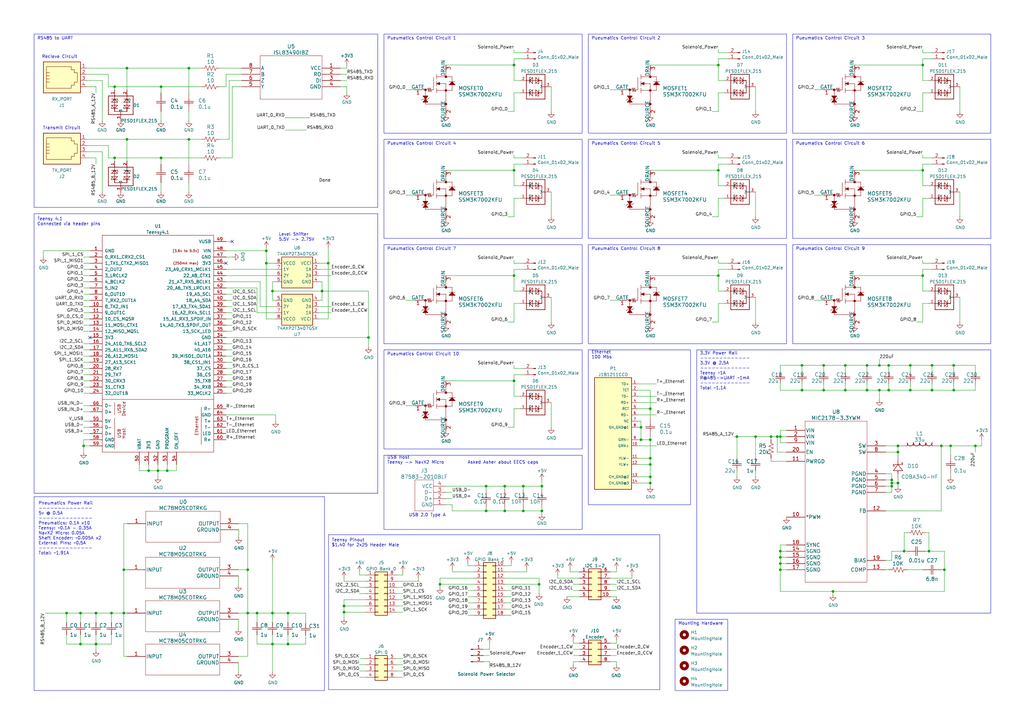
<source format=kicad_sch>
(kicad_sch (version 20220404) (generator eeschema)
  (paper "A3")
  (title_block (title "Pneumatics Controller Pinned") (date "2022-04-06") (rev "1.0") (company "MSOE Raider Robotics") (comment 1 "2022 Senior Design Team") (comment 2 "Adapted Penumatics Control Unit V1.1 To Teensy 4.1 Pinout") (comment 3 "Designed By: Julian Singkham"))
  (lib_symbols
    (symbol "0.01 uF Cap:CL05B103KO5NNNC" (pin_numbers hide) (pin_names (offset 1.651) hide)
      (property "Reference" "C" (at 0 6.35 0))
      (property "Value" "CL05B103KO5NNNC" (at 0 3.81 0))
      (symbol "CL05B103KO5NNNC_1_1"
        (pin unspecified line (at -3.81 0 0) (length 2.54) (name "1") (number "1"))
        (pin unspecified line (at 3.81 0 180) (length 2.54) (name "2") (number "2"))
      )
    )
    (symbol "0.1 uF Cap:0402YC104KAT2A" (pin_numbers hide) (pin_names (offset 1.651) hide)
      (property "Reference" "C" (at 0 6.35 0))
      (property "Value" "0402YC104KAT2A" (at 0 3.81 0))
      (symbol "0402YC104KAT2A_1_1"
        (pin unspecified line (at -3.81 0 0) (length 2.54) (name "~") (number "1"))
        (pin unspecified line (at 3.81 0 180) (length 2.54) (name "~") (number "2"))
      )
    )
    (symbol "1 uF Cap:C1608X7R1C105K080AC" (pin_numbers hide) (pin_names (offset 1.651) hide)
      (property "Reference" "C" (at 0 7.62 0))
      (property "Value" "C1608X7R1C105K080AC" (at 0 5.08 0))
      (symbol "C1608X7R1C105K080AC_1_1"
        (pin unspecified line (at -2.54 0 0) (length 1.27) (name "1") (number "1"))
        (pin unspecified line (at 2.54 0 180) (length 1.27) (name "2") (number "2"))
      )
    )
    (symbol "10 Res:RNCP0603FTD10R0" (pin_numbers hide) (pin_names (offset -2.54))
      (property "Reference" "R" (at 0 5.08 0))
      (property "Value" "RNCP0603FTD10R0" (at 0 2.54 0))
      (symbol "RNCP0603FTD10R0_1_1"
        (pin passive line (at -3.81 0 0) (length 1.27) (name "~") (number "1"))
        (pin passive line (at 3.81 0 180) (length 1.27) (name "~") (number "2"))
      )
    )
    (symbol "10 nF Cap:0402YC103KAT2A" (pin_numbers hide) (pin_names (offset 1.651) hide)
      (property "Reference" "C" (at 0 6.35 0))
      (property "Value" "0402YC103KAT2A" (at 0 3.81 0))
      (symbol "0402YC103KAT2A_1_1"
        (pin unspecified line (at -3.81 0 0) (length 2.54) (name "~") (number "1"))
        (pin unspecified line (at 3.81 0 180) (length 2.54) (name "~") (number "2"))
      )
    )
    (symbol "10K Res:SR1-0603-310" (pin_numbers hide) (pin_names (offset -2.54))
      (property "Reference" "R" (at 0 5.08 0))
      (property "Value" "SR1-0603-310" (at 0 2.54 0))
      (symbol "SR1-0603-310_1_1"
        (pin passive line (at -3.81 0 0) (length 1.27) (name "~") (number "1"))
        (pin passive line (at 3.81 0 180) (length 1.27) (name "~") (number "2"))
      )
    )
    (symbol "12V5V Regulator:MC78M05CDTRKG" (pin_names (offset 0.254))
      (property "Reference" "U" (at 0 11.43 0))
      (property "Value" "MC78M05CDTRKG" (at 0 8.89 0))
      (symbol "MC78M05CDTRKG_1_1"
        (pin input line (at -22.86 1.27 0) (length 7.62) (name "INPUT") (number "1"))
        (pin output line (at 22.86 1.27 180) (length 7.62) (name "OUTPUT") (number "3"))
        (pin power_in line (at 22.86 -1.27 180) (length 7.62) (name "GROUND") (number "4"))
      )
    )
    (symbol "20K Res:SR1-0805-320" (pin_numbers hide) (pin_names (offset -2.54))
      (property "Reference" "R" (at 0 5.08 0))
      (property "Value" "SR1-0805-320" (at 0 2.54 0))
      (symbol "SR1-0805-320_1_1"
        (pin passive line (at -3.81 0 0) (length 1.27) (name "~") (number "1"))
        (pin passive line (at 3.81 0 180) (length 1.27) (name "~") (number "2"))
      )
    )
    (symbol "22 uF Cap:CL21A226MQQNNNE" (pin_numbers hide) (pin_names (offset 1.651) hide)
      (property "Reference" "C" (at 0 6.35 0))
      (property "Value" "CL21A226MQQNNNE" (at 0 3.81 0))
      (symbol "CL21A226MQQNNNE_1_1"
        (pin unspecified line (at -2.54 0 0) (length 1.27) (name "1") (number "1"))
        (pin unspecified line (at 2.54 0 180) (length 1.27) (name "2") (number "2"))
      )
    )
    (symbol "33 uH Inductor:LB3218T330K" (pin_numbers hide) (pin_names (offset 1.651) hide)
      (property "Reference" "L" (at 0 6.35 0))
      (property "Value" "LB3218T330K" (at 0 3.81 0))
      (symbol "LB3218T330K_1_1"
        (pin unspecified line (at 7.62 0 180) (length 2.54) (name "1") (number "1"))
        (pin unspecified line (at -7.62 0 0) (length 2.54) (name "2") (number "2"))
      )
    )
    (symbol "33SW:MIC2178-3.3YWM" (pin_names (offset 0.254))
      (property "Reference" "U" (at 0 38.1 0))
      (property "Value" "MIC2178-3.3YWM" (at 0 35.56 0))
      (symbol "MIC2178-3.3YWM_1_1"
        (pin input line (at -20.32 29.21 0) (length 7.62) (name "VIN") (number "1"))
        (pin input line (at -20.32 -6.35 0) (length 7.62) (name "*PWM") (number "10"))
        (pin output line (at -20.32 16.51 0) (length 7.62) (name "PWRGD") (number "11"))
        (pin input line (at 20.32 -3.81 180) (length 7.62) (name "FB") (number "12"))
        (pin output line (at 20.32 -27.94 180) (length 7.62) (name "COMP") (number "13"))
        (pin power_in line (at -20.32 -20.32 0) (length 7.62) (name "SGND") (number "14"))
        (pin power_in line (at -20.32 -22.86 0) (length 7.62) (name "SGND") (number "15"))
        (pin power_in line (at -20.32 -25.4 0) (length 7.62) (name "SGND") (number "16"))
        (pin power_in line (at -20.32 -27.94 0) (length 7.62) (name "SGND") (number "17"))
        (pin input line (at -20.32 -17.78 0) (length 7.62) (name "SYNC") (number "18"))
        (pin unspecified line (at 20.32 -24.13 180) (length 7.62) (name "BIAS") (number "19"))
        (pin input line (at -20.32 26.67 0) (length 7.62) (name "VIN") (number "2"))
        (pin input line (at -20.32 20.32 0) (length 7.62) (name "EN") (number "20"))
        (pin output line (at 20.32 22.86 180) (length 7.62) (name "SW") (number "3"))
        (pin unspecified line (at 20.32 11.43 180) (length 7.62) (name "PGND") (number "4"))
        (pin unspecified line (at 20.32 8.89 180) (length 7.62) (name "PGND") (number "5"))
        (pin unspecified line (at 20.32 6.35 180) (length 7.62) (name "PGND") (number "6"))
        (pin unspecified line (at 20.32 3.81 180) (length 7.62) (name "PGND") (number "7"))
        (pin output line (at 20.32 20.32 180) (length 7.62) (name "SW") (number "8"))
        (pin input line (at -20.32 24.13 0) (length 7.62) (name "VIN") (number "9"))
      )
    )
    (symbol "6.8 nF Cap:0402B682K500CT" (pin_numbers hide) (pin_names (offset 1.651) hide)
      (property "Reference" "C" (at 0 6.35 0))
      (property "Value" "0402B682K500CT" (at 0 3.81 0))
      (symbol "0402B682K500CT_1_1"
        (pin unspecified line (at -3.81 0 0) (length 2.54) (name "1") (number "1"))
        (pin unspecified line (at 3.81 0 180) (length 2.54) (name "2") (number "2"))
      )
    )
    (symbol "74AXP2T3407GSX_1"
      (property "Reference" "U" (at 0 11.43 0))
      (property "Value" "74AXP2T3407GSX_1" (at 0 8.89 0))
      (symbol "74AXP2T3407GSX_1_1_1"
        (pin power_in line (at -8.89 3.81 0) (length 2.54) (name "VCCI") (number "1"))
        (pin input line (at -8.89 1.27 0) (length 2.54) (name "1A") (number "2"))
        (pin input line (at -8.89 -1.27 0) (length 2.54) (name "2A") (number "3"))
        (pin power_in line (at -8.89 -3.81 0) (length 2.54) (name "GND") (number "4"))
        (pin power_in line (at 8.89 -3.81 180) (length 2.54) (name "GND") (number "5"))
        (pin output line (at 8.89 -1.27 180) (length 2.54) (name "2Y") (number "6"))
        (pin output line (at 8.89 1.27 180) (length 2.54) (name "1Y") (number "7"))
        (pin power_in line (at 8.89 3.81 180) (length 2.54) (name "VCCO") (number "8"))
      )
    )
    (symbol "CDBA340-HF Diode:CDBA340-HF" (pin_numbers hide) (pin_names (offset 1.651) hide)
      (property "Reference" "D" (at 0 6.35 0))
      (property "Value" "CDBA340-HF" (at 0 3.81 0))
      (symbol "CDBA340-HF_1_1"
        (pin unspecified line (at -5.08 0 0) (length 2.54) (name "1") (number "1"))
        (pin unspecified line (at 5.08 0 180) (length 2.54) (name "2") (number "2"))
      )
    )
    (symbol "Connector:4P4C" (pin_names (offset 1.016))
      (property "Reference" "J" (at -5.08 8.89 0))
      (property "Value" "4P4C" (at 2.54 8.89 0))
      (symbol "4P4C_1_1"
        (pin passive line (at 10.16 -2.54 180) (length 2.54) (name "~") (number "1"))
        (pin passive line (at 10.16 0 180) (length 2.54) (name "~") (number "2"))
        (pin passive line (at 10.16 2.54 180) (length 2.54) (name "~") (number "3"))
        (pin passive line (at 10.16 5.08 180) (length 2.54) (name "~") (number "4"))
      )
    )
    (symbol "Connector:Conn_01x02_Male" (pin_names (offset 1.016) hide)
      (property "Reference" "J" (at 0 2.54 0))
      (property "Value" "Conn_01x02_Male" (at 0 -5.08 0))
      (symbol "Conn_01x02_Male_1_1"
        (pin passive line (at 5.08 0 180) (length 3.81) (name "Pin_1") (number "1"))
        (pin passive line (at 5.08 -2.54 180) (length 3.81) (name "Pin_2") (number "2"))
      )
    )
    (symbol "Connector:Conn_01x03_Male" (pin_names (offset 1.016) hide)
      (property "Reference" "J" (at 0 5.08 0))
      (property "Value" "Conn_01x03_Male" (at 0 -5.08 0))
      (symbol "Conn_01x03_Male_1_1"
        (pin passive line (at 5.08 2.54 180) (length 3.81) (name "Pin_1") (number "1"))
        (pin passive line (at 5.08 0 180) (length 3.81) (name "Pin_2") (number "2"))
        (pin passive line (at 5.08 -2.54 180) (length 3.81) (name "Pin_3") (number "3"))
      )
    )
    (symbol "Connector_Generic:Conn_02x04_Top_Bottom" (pin_names (offset 1.016) hide)
      (property "Reference" "J" (at 1.27 5.08 0))
      (property "Value" "Conn_02x04_Top_Bottom" (at 1.27 -7.62 0))
      (symbol "Conn_02x04_Top_Bottom_1_1"
        (pin passive line (at -5.08 2.54 0) (length 3.81) (name "Pin_1") (number "1"))
        (pin passive line (at -5.08 0 0) (length 3.81) (name "Pin_2") (number "2"))
        (pin passive line (at -5.08 -2.54 0) (length 3.81) (name "Pin_3") (number "3"))
        (pin passive line (at -5.08 -5.08 0) (length 3.81) (name "Pin_4") (number "4"))
        (pin passive line (at 7.62 2.54 180) (length 3.81) (name "Pin_5") (number "5"))
        (pin passive line (at 7.62 0 180) (length 3.81) (name "Pin_6") (number "6"))
        (pin passive line (at 7.62 -2.54 180) (length 3.81) (name "Pin_7") (number "7"))
        (pin passive line (at 7.62 -5.08 180) (length 3.81) (name "Pin_8") (number "8"))
      )
    )
    (symbol "Connector_Generic:Conn_02x05_Top_Bottom" (pin_names (offset 1.016) hide)
      (property "Reference" "J" (at 1.27 7.62 0))
      (property "Value" "Conn_02x05_Top_Bottom" (at 1.27 -7.62 0))
      (symbol "Conn_02x05_Top_Bottom_1_1"
        (pin passive line (at -5.08 5.08 0) (length 3.81) (name "Pin_1") (number "1"))
        (pin passive line (at 7.62 -5.08 180) (length 3.81) (name "Pin_10") (number "10"))
        (pin passive line (at -5.08 2.54 0) (length 3.81) (name "Pin_2") (number "2"))
        (pin passive line (at -5.08 0 0) (length 3.81) (name "Pin_3") (number "3"))
        (pin passive line (at -5.08 -2.54 0) (length 3.81) (name "Pin_4") (number "4"))
        (pin passive line (at -5.08 -5.08 0) (length 3.81) (name "Pin_5") (number "5"))
        (pin passive line (at 7.62 5.08 180) (length 3.81) (name "Pin_6") (number "6"))
        (pin passive line (at 7.62 2.54 180) (length 3.81) (name "Pin_7") (number "7"))
        (pin passive line (at 7.62 0 180) (length 3.81) (name "Pin_8") (number "8"))
        (pin passive line (at 7.62 -2.54 180) (length 3.81) (name "Pin_9") (number "9"))
      )
    )
    (symbol "Connector_Generic:Conn_02x07_Top_Bottom" (pin_names (offset 1.016) hide)
      (property "Reference" "J" (at 1.27 10.16 0))
      (property "Value" "Conn_02x07_Top_Bottom" (at 1.27 -10.16 0))
      (symbol "Conn_02x07_Top_Bottom_1_1"
        (pin passive line (at -5.08 7.62 0) (length 3.81) (name "Pin_1") (number "1"))
        (pin passive line (at 7.62 2.54 180) (length 3.81) (name "Pin_10") (number "10"))
        (pin passive line (at 7.62 0 180) (length 3.81) (name "Pin_11") (number "11"))
        (pin passive line (at 7.62 -2.54 180) (length 3.81) (name "Pin_12") (number "12"))
        (pin passive line (at 7.62 -5.08 180) (length 3.81) (name "Pin_13") (number "13"))
        (pin passive line (at 7.62 -7.62 180) (length 3.81) (name "Pin_14") (number "14"))
        (pin passive line (at -5.08 5.08 0) (length 3.81) (name "Pin_2") (number "2"))
        (pin passive line (at -5.08 2.54 0) (length 3.81) (name "Pin_3") (number "3"))
        (pin passive line (at -5.08 0 0) (length 3.81) (name "Pin_4") (number "4"))
        (pin passive line (at -5.08 -2.54 0) (length 3.81) (name "Pin_5") (number "5"))
        (pin passive line (at -5.08 -5.08 0) (length 3.81) (name "Pin_6") (number "6"))
        (pin passive line (at -5.08 -7.62 0) (length 3.81) (name "Pin_7") (number "7"))
        (pin passive line (at 7.62 7.62 180) (length 3.81) (name "Pin_8") (number "8"))
        (pin passive line (at 7.62 5.08 180) (length 3.81) (name "Pin_9") (number "9"))
      )
    )
    (symbol "Connector_Generic:Conn_02x09_Top_Bottom" (pin_names (offset 1.016) hide)
      (property "Reference" "J" (at 1.27 12.7 0))
      (property "Value" "Conn_02x09_Top_Bottom" (at 1.27 -12.7 0))
      (symbol "Conn_02x09_Top_Bottom_1_1"
        (pin passive line (at -5.08 10.16 0) (length 3.81) (name "Pin_1") (number "1"))
        (pin passive line (at 7.62 10.16 180) (length 3.81) (name "Pin_10") (number "10"))
        (pin passive line (at 7.62 7.62 180) (length 3.81) (name "Pin_11") (number "11"))
        (pin passive line (at 7.62 5.08 180) (length 3.81) (name "Pin_12") (number "12"))
        (pin passive line (at 7.62 2.54 180) (length 3.81) (name "Pin_13") (number "13"))
        (pin passive line (at 7.62 0 180) (length 3.81) (name "Pin_14") (number "14"))
        (pin passive line (at 7.62 -2.54 180) (length 3.81) (name "Pin_15") (number "15"))
        (pin passive line (at 7.62 -5.08 180) (length 3.81) (name "Pin_16") (number "16"))
        (pin passive line (at 7.62 -7.62 180) (length 3.81) (name "Pin_17") (number "17"))
        (pin passive line (at 7.62 -10.16 180) (length 3.81) (name "Pin_18") (number "18"))
        (pin passive line (at -5.08 7.62 0) (length 3.81) (name "Pin_2") (number "2"))
        (pin passive line (at -5.08 5.08 0) (length 3.81) (name "Pin_3") (number "3"))
        (pin passive line (at -5.08 2.54 0) (length 3.81) (name "Pin_4") (number "4"))
        (pin passive line (at -5.08 0 0) (length 3.81) (name "Pin_5") (number "5"))
        (pin passive line (at -5.08 -2.54 0) (length 3.81) (name "Pin_6") (number "6"))
        (pin passive line (at -5.08 -5.08 0) (length 3.81) (name "Pin_7") (number "7"))
        (pin passive line (at -5.08 -7.62 0) (length 3.81) (name "Pin_8") (number "8"))
        (pin passive line (at -5.08 -10.16 0) (length 3.81) (name "Pin_9") (number "9"))
      )
    )
    (symbol "Dual Diode:PESD1FLEX,215" (pin_names (offset 1.016))
      (property "Reference" "D" (at -1.27 8.89 0))
      (property "Value" "PESD1FLEX,215" (at -7.62 6.35 0))
      (symbol "PESD1FLEX,215_0_0"
        (pin bidirectional line (at -6.35 2.54 0) (length 2.54) (name "1") (number "1"))
        (pin bidirectional line (at -6.35 -2.54 0) (length 2.54) (name "2") (number "2"))
        (pin bidirectional line (at 6.35 0 180) (length 2.54) (name "3") (number "3"))
      )
    )
    (symbol "Ethernet:J1B1211CCD" (pin_names (offset 1.016))
      (property "Reference" "P" (at -1.27 26.67 0))
      (property "Value" "J1B1211CCD" (at -6.35 24.13 0))
      (symbol "J1B1211CCD_0_0"
        (pin passive line (at -10.16 20.32 0) (length 2.54) (name "TD+") (number "1"))
        (pin passive line (at -10.16 -5.08 0) (length 2.54) (name "GRN+") (number "10"))
        (pin passive line (at -10.16 -10.16 0) (length 2.54) (name "YLW-") (number "11"))
        (pin passive line (at -10.16 -12.7 0) (length 2.54) (name "YLW+") (number "12"))
        (pin passive line (at -10.16 -17.78 0) (length 2.54) (name "CH_GND@2") (number "13"))
        (pin passive line (at -10.16 -20.32 0) (length 2.54) (name "CH_GND@3") (number "14"))
        (pin passive line (at -10.16 17.78 0) (length 2.54) (name "TCT") (number "2"))
        (pin passive line (at -10.16 15.24 0) (length 2.54) (name "TD-") (number "3"))
        (pin passive line (at -10.16 12.7 0) (length 2.54) (name "RD+") (number "4"))
        (pin passive line (at -10.16 10.16 0) (length 2.54) (name "RCT") (number "5"))
        (pin passive line (at -10.16 7.62 0) (length 2.54) (name "RD-") (number "6"))
        (pin passive line (at -10.16 5.08 0) (length 2.54) (name "NC") (number "7"))
        (pin passive line (at -10.16 2.54 0) (length 2.54) (name "GH_GND@1") (number "8"))
        (pin passive line (at -10.16 -2.54 0) (length 2.54) (name "GRN-") (number "9"))
      )
    )
    (symbol "Mechanical:MountingHole" (pin_names (offset 1.016))
      (property "Reference" "H" (at 0 5.08 0))
      (property "Value" "MountingHole" (at 0 3.175 0))
    )
    (symbol "Nexperia Level Shifter:74AXP2T3407GSX"
      (property "Reference" "U" (at 0 11.43 0))
      (property "Value" "74AXP2T3407GSX" (at 0 8.89 0))
      (symbol "74AXP2T3407GSX_1_1"
        (pin power_in line (at -8.89 3.81 0) (length 2.54) (name "VCCI") (number "1"))
        (pin input line (at -8.89 1.27 0) (length 2.54) (name "1A") (number "2"))
        (pin input line (at -8.89 -1.27 0) (length 2.54) (name "2A") (number "3"))
        (pin power_in line (at -8.89 -3.81 0) (length 2.54) (name "GND") (number "4"))
        (pin power_in line (at 8.89 -3.81 180) (length 2.54) (name "GND") (number "5"))
        (pin output line (at 8.89 -1.27 180) (length 2.54) (name "2Y") (number "6"))
        (pin output line (at 8.89 1.27 180) (length 2.54) (name "1Y") (number "7"))
        (pin power_in line (at 8.89 3.81 180) (length 2.54) (name "VCCO") (number "8"))
      )
    )
    (symbol "RS485 To UART:ISL83490IBZ" (pin_names (offset 0.254))
      (property "Reference" "U" (at 0 13.97 0))
      (property "Value" "ISL83490IBZ" (at 0 11.43 0))
      (symbol "ISL83490IBZ_1_1"
        (pin power_in line (at -20.32 3.81 0) (length 7.62) (name "VCC") (number "1"))
        (pin output line (at -20.32 1.27 0) (length 7.62) (name "RO") (number "2"))
        (pin input line (at -20.32 -1.27 0) (length 7.62) (name "DI") (number "3"))
        (pin power_in line (at -20.32 -3.81 0) (length 7.62) (name "GND") (number "4"))
        (pin output line (at 20.32 -3.81 180) (length 7.62) (name "Y") (number "5"))
        (pin output line (at 20.32 -1.27 180) (length 7.62) (name "Z") (number "6"))
        (pin input line (at 20.32 1.27 180) (length 7.62) (name "B") (number "7"))
        (pin input line (at 20.32 3.81 180) (length 7.62) (name "A") (number "8"))
      )
    )
    (symbol "Teensy:Teensy4.1" (pin_names (offset 1.016))
      (property "Reference" "U" (at 0 66.04 0))
      (property "Value" "Teensy4.1" (at 0 63.5 0))
      (symbol "Teensy4.1_0_0"
        (text "(250mA max)" (at 11.43 49.53 0) (effects (font (size 1.016 1.016))))
        (text "(3.6v to 5.5v)" (at 11.43 54.61 0) (effects (font (size 1.016 1.016))))
        (text "Device" (at -13.97 -10.16 900) (effects (font (size 1.27 1.27))))
        (text "Ethernet" (at 15.875 -17.145 900) (effects (font (size 1.27 1.27))))
        (text "Host" (at -13.97 -20.32 900) (effects (font (size 1.27 1.27))))
        (text "USB" (at -15.875 -20.32 900) (effects (font (size 1.27 1.27))))
        (text "USB" (at -15.875 -10.16 900) (effects (font (size 1.27 1.27))))
        (pin bidirectional line (at -27.94 31.75 0) (length 5.08) (name "8_TX2_IN1") (number "10"))
        (pin bidirectional line (at -27.94 29.21 0) (length 5.08) (name "9_OUT1C") (number "11"))
        (pin bidirectional line (at -27.94 26.67 0) (length 5.08) (name "10_CS_MQSR") (number "12"))
        (pin bidirectional line (at -27.94 24.13 0) (length 5.08) (name "11_MOSI_CTX1") (number "13"))
        (pin bidirectional line (at -27.94 21.59 0) (length 5.08) (name "12_MISO_MQSL") (number "14"))
        (pin power_in line (at -27.94 19.05 0) (length 5.08) (name "3V3") (number "15"))
        (pin bidirectional line (at -27.94 16.51 0) (length 5.08) (name "24_A10_TX6_SCL2") (number "16"))
        (pin bidirectional line (at -27.94 13.97 0) (length 5.08) (name "25_A11_RX6_SDA2") (number "17"))
        (pin bidirectional line (at -27.94 11.43 0) (length 5.08) (name "26_A12_MOSI1") (number "18"))
        (pin bidirectional line (at -27.94 8.89 0) (length 5.08) (name "27_A13_SCK1") (number "19"))
        (pin bidirectional line (at -27.94 6.35 0) (length 5.08) (name "28_RX7") (number "20"))
        (pin bidirectional line (at -27.94 3.81 0) (length 5.08) (name "29_TX7") (number "21"))
        (pin bidirectional line (at -27.94 1.27 0) (length 5.08) (name "30_CRX3") (number "22"))
        (pin bidirectional line (at -27.94 -1.27 0) (length 5.08) (name "31_CTX3") (number "23"))
        (pin bidirectional line (at -27.94 -3.81 0) (length 5.08) (name "32_OUT1B") (number "24"))
        (pin bidirectional line (at 27.94 -3.81 180) (length 5.08) (name "33_MCLK2") (number "25"))
        (pin bidirectional line (at 27.94 -1.27 180) (length 5.08) (name "34_RX8") (number "26"))
        (pin bidirectional line (at 27.94 1.27 180) (length 5.08) (name "35_TX8") (number "27"))
        (pin bidirectional line (at 27.94 3.81 180) (length 5.08) (name "36_CS") (number "28"))
        (pin bidirectional line (at 27.94 6.35 180) (length 5.08) (name "37_CS") (number "29"))
        (pin bidirectional line (at 27.94 8.89 180) (length 5.08) (name "38_CS1_IN1") (number "30"))
        (pin bidirectional line (at 27.94 11.43 180) (length 5.08) (name "39_MISO1_OUT1A") (number "31"))
        (pin bidirectional line (at 27.94 13.97 180) (length 5.08) (name "40_A16") (number "32"))
        (pin bidirectional line (at 27.94 16.51 180) (length 5.08) (name "41_A17") (number "33"))
        (pin bidirectional line (at 27.94 21.59 180) (length 5.08) (name "13_SCK_LED") (number "35"))
        (pin bidirectional line (at 27.94 24.13 180) (length 5.08) (name "14_A0_TX3_SPDIF_OUT") (number "36"))
        (pin bidirectional line (at 27.94 26.67 180) (length 5.08) (name "15_A1_RX3_SPDIF_IN") (number "37"))
        (pin bidirectional line (at 27.94 29.21 180) (length 5.08) (name "16_A2_RX4_SCL1") (number "38"))
        (pin bidirectional line (at 27.94 31.75 180) (length 5.08) (name "17_A3_TX4_SDA1") (number "39"))
        (pin bidirectional line (at 27.94 34.29 180) (length 5.08) (name "18_A4_SDA") (number "40"))
        (pin bidirectional line (at 27.94 36.83 180) (length 5.08) (name "19_A5_SCL") (number "41"))
        (pin bidirectional line (at 27.94 39.37 180) (length 5.08) (name "20_A6_TX5_LRCLK1") (number "42"))
        (pin bidirectional line (at 27.94 41.91 180) (length 5.08) (name "21_A7_RX5_BCLK1") (number "43"))
        (pin bidirectional line (at 27.94 44.45 180) (length 5.08) (name "22_A8_CTX1") (number "44"))
        (pin bidirectional line (at 27.94 46.99 180) (length 5.08) (name "23_A9_CRX1_MCLK1") (number "45"))
        (pin output line (at 27.94 49.53 180) (length 5.08) (name "3V3") (number "46"))
        (pin output line (at 27.94 52.07 180) (length 5.08) (name "GND") (number "47"))
        (pin power_in line (at 27.94 54.61 180) (length 5.08) (name "VIN") (number "48"))
        (pin power_out line (at 27.94 58.42 180) (length 5.08) (name "VUSB") (number "49"))
        (pin bidirectional line (at -27.94 44.45 0) (length 5.08) (name "3_LRCLK2") (number "5"))
        (pin power_in line (at -7.62 -33.02 90) (length 5.08) (name "VBAT") (number "50"))
        (pin power_in line (at -3.81 -33.02 90) (length 5.08) (name "3V3") (number "51"))
        (pin input line (at 0 -33.02 90) (length 5.08) (name "GND") (number "52"))
        (pin input line (at 3.81 -33.02 90) (length 5.08) (name "PROGRAM") (number "53"))
        (pin input line (at 7.62 -33.02 90) (length 5.08) (name "ON_OFF") (number "54"))
        (pin power_out line (at -27.94 -15.24 0) (length 5.08) (name "5V") (number "55"))
        (pin bidirectional line (at -27.94 -17.78 0) (length 5.08) (name "D-") (number "56"))
        (pin bidirectional line (at -27.94 -20.32 0) (length 5.08) (name "D+") (number "57"))
        (pin power_in line (at -27.94 -22.86 0) (length 5.08) (name "GND") (number "58"))
        (pin power_in line (at -27.94 -25.4 0) (length 5.08) (name "GND") (number "59"))
        (pin bidirectional line (at -27.94 41.91 0) (length 5.08) (name "4_BCLK2") (number "6"))
        (pin bidirectional line (at 27.94 -22.86 180) (length 5.08) (name "R+") (number "60"))
        (pin bidirectional line (at 27.94 -20.32 180) (length 5.08) (name "LED") (number "61"))
        (pin bidirectional line (at 27.94 -17.78 180) (length 5.08) (name "T-") (number "62"))
        (pin bidirectional line (at 27.94 -15.24 180) (length 5.08) (name "T+") (number "63"))
        (pin power_in line (at 27.94 -12.7 180) (length 5.08) (name "GND") (number "64"))
        (pin bidirectional line (at 27.94 -10.16 180) (length 5.08) (name "R-") (number "65"))
        (pin bidirectional line (at -27.94 -8.89 0) (length 5.08) (name "D-") (number "66"))
        (pin bidirectional line (at -27.94 -11.43 0) (length 5.08) (name "D+") (number "67"))
        (pin bidirectional line (at -27.94 39.37 0) (length 5.08) (name "5_IN2") (number "7"))
        (pin bidirectional line (at -27.94 36.83 0) (length 5.08) (name "6_OUT1D") (number "8"))
        (pin bidirectional line (at -27.94 34.29 0) (length 5.08) (name "7_RX2_OUT1A") (number "9"))
      )
      (symbol "Teensy4.1_1_1"
        (pin power_in line (at -27.94 54.61 0) (length 5.08) (name "GND") (number "1"))
        (pin bidirectional line (at -27.94 52.07 0) (length 5.08) (name "0_RX1_CRX2_CS1") (number "2"))
        (pin bidirectional line (at -27.94 49.53 0) (length 5.08) (name "1_TX1_CTX2_MISO1") (number "3"))
        (pin power_in line (at 27.94 19.05 180) (length 5.08) (name "GND") (number "34"))
        (pin bidirectional line (at -27.94 46.99 0) (length 5.08) (name "2_OUT2") (number "4"))
      )
    )
    (symbol "Toshiba MOSFET:SSM3K7002KFU" (pin_names (offset 0))
      (property "Reference" "MOSFET" (at 12.7 2.54 0))
      (property "Value" "SSM3K7002KFU" (at 13.97 0 0))
      (symbol "SSM3K7002KFU_1_1"
        (pin unspecified line (at -11.43 0 0) (length 2.54) (name "GATE") (number "1"))
        (pin unspecified line (at 1.27 -10.16 90) (length 2.54) (name "SOURCE") (number "2"))
        (pin unspecified line (at 1.27 10.16 270) (length 2.54) (name "DRAIN") (number "3"))
      )
    )
    (symbol "USB 2.0 Type A:87583-2010BLF" (pin_names (offset 0.254))
      (property "Reference" "J" (at 0 12.7 0))
      (property "Value" "87583-2010BLF" (at 0 10.16 0))
      (symbol "87583-2010BLF_1_1"
        (pin power_in line (at -8.89 3.81 0) (length 5.08) (name "GND") (number "1"))
        (pin output line (at -8.89 1.27 0) (length 5.08) (name "D+") (number "2"))
        (pin input line (at -8.89 -1.27 0) (length 5.08) (name "D-") (number "3"))
        (pin power_out line (at -8.89 -3.81 0) (length 5.08) (name "VCC") (number "4"))
      )
    )
    (symbol "power:+3.3V" (power) (pin_names (offset 0))
      (property "Value" "+3.3V" (at 0 3.556 0))
      (symbol "+3.3V_1_1"
        (pin power_in line (at 0 0 90) (length 0) hide (name "+3V3") (number "1"))
      )
    )
    (symbol "power:+5V" (power) (pin_names (offset 0))
      (property "Value" "+5V" (at 0 3.556 0))
      (symbol "+5V_1_1"
        (pin power_in line (at 0 0 90) (length 0) hide (name "+5V") (number "1"))
      )
    )
    (symbol "power:GND" (power) (pin_names (offset 0))
      (property "Value" "GND" (at 0 -3.81 0))
      (symbol "GND_1_1"
        (pin power_in line (at 0 0 270) (length 0) hide (name "GND") (number "1"))
      )
    )
  )
  (junction (at 365.76 196.85))
  (junction (at 207.01 199.39))
  (junction (at 378.46 113.03))
  (junction (at 39.37 251.46))
  (junction (at 386.08 182.88))
  (junction (at 210.82 113.03))
  (junction (at 320.04 226.06))
  (junction (at 111.76 251.46))
  (junction (at 381 226.06))
  (junction (at 68.58 193.04))
  (junction (at 101.6 233.68))
  (junction (at 346.71 160.02))
  (junction (at 262.89 180.34))
  (junction (at 302.26 179.07))
  (junction (at 207.01 209.55))
  (junction (at 320.04 233.68))
  (junction (at 328.93 149.86))
  (junction (at 60.96 193.04))
  (junction (at 365.76 199.39))
  (junction (at 266.7 198.12))
  (junction (at 27.305 251.46))
  (junction (at 46.99 64.77))
  (junction (at 391.16 149.86))
  (junction (at 66.04 64.77))
  (junction (at 400.05 182.88))
  (junction (at 318.77 179.07))
  (junction (at 52.07 27.94))
  (junction (at 320.04 228.6))
  (junction (at 46.99 35.56))
  (junction (at 66.04 35.56))
  (junction (at 355.6 149.86))
  (junction (at 141.097 251.079))
  (junction (at 266.7 190.5))
  (junction (at 118.11 251.46))
  (junction (at 294.64 113.03))
  (junction (at 50.8 233.68))
  (junction (at 151.13 138.43))
  (junction (at 109.22 107.95))
  (junction (at 294.64 26.67))
  (junction (at 373.38 149.86))
  (junction (at 320.04 231.14))
  (junction (at 221.107 239.649))
  (junction (at 320.04 179.07))
  (junction (at 266.7 180.34))
  (junction (at 370.84 226.06))
  (junction (at 309.88 179.07))
  (junction (at 199.39 199.39))
  (junction (at 328.93 160.02))
  (junction (at 382.27 160.02))
  (junction (at 111.76 264.16))
  (junction (at 355.6 160.02))
  (junction (at 378.46 26.67))
  (junction (at 365.76 198.12))
  (junction (at 368.3 198.12))
  (junction (at 52.07 57.15))
  (junction (at 64.77 193.04))
  (junction (at 105.41 251.46))
  (junction (at 364.49 160.02))
  (junction (at 262.89 175.26))
  (junction (at 39.37 264.16))
  (junction (at 111.76 119.38))
  (junction (at 214.63 199.39))
  (junction (at 214.63 209.55))
  (junction (at 222.25 209.55))
  (junction (at 346.71 149.86))
  (junction (at 387.35 233.68))
  (junction (at 266.7 195.58))
  (junction (at 180.467 239.649))
  (junction (at 45.72 251.46))
  (junction (at 360.68 160.02))
  (junction (at 373.38 160.02))
  (junction (at 222.25 199.39))
  (junction (at 109.22 102.87))
  (junction (at 199.39 209.55))
  (junction (at 34.29 182.88))
  (junction (at 118.11 264.16))
  (junction (at 266.7 187.96))
  (junction (at 368.3 182.88))
  (junction (at 389.89 182.88))
  (junction (at 134.62 107.95))
  (junction (at 368.3 185.42))
  (junction (at 341.63 242.57))
  (junction (at 210.82 26.67))
  (junction (at 210.82 156.21))
  (junction (at 337.82 149.86))
  (junction (at 33.02 264.16))
  (junction (at 360.68 149.86))
  (junction (at 210.82 69.85))
  (junction (at 141.097 248.539))
  (junction (at 132.08 119.38))
  (junction (at 364.49 149.86))
  (junction (at 266.7 167.64))
  (junction (at 391.16 160.02))
  (junction (at 77.47 57.15))
  (junction (at 378.46 69.85))
  (junction (at 77.47 27.94))
  (junction (at 337.82 160.02))
  (junction (at 101.6 251.46))
  (junction (at 316.23 179.07))
  (junction (at 382.27 149.86))
  (junction (at 50.8 251.46))
  (junction (at 294.64 69.85))
  (junction (at 33.02 251.46))
  (no_connect (at 92.71 107.95))
  (no_connect (at 95.25 99.06))
  (no_connect (at 36.83 138.43))
  (wire (pts (xy 387.35 226.06) (xy 387.35 233.68)))
  (wire (pts (xy 252.857 233.299) (xy 252.857 234.569)))
  (wire (pts (xy 113.03 130.81) (xy 109.22 130.81)))
  (wire (pts (xy 382.27 160.02) (xy 391.16 160.02)))
  (wire (pts (xy 210.82 21.59) (xy 214.63 21.59)))
  (wire (pts (xy 363.22 196.85) (xy 365.76 196.85)))
  (wire (pts (xy 210.82 124.46) (xy 213.36 124.46)))
  (wire (pts (xy 360.68 149.86) (xy 364.49 149.86)))
  (wire (pts (xy 35.56 59.69) (xy 44.45 59.69)))
  (wire (pts (xy 378.46 67.31) (xy 382.27 67.31)))
  (wire (pts (xy 294.64 107.95) (xy 298.45 107.95)))
  (wire (pts (xy 141.097 248.539) (xy 149.987 248.539)))
  (wire (pts (xy 378.46 20.32) (xy 378.46 21.59)))
  (wire (pts (xy 151.13 138.43) (xy 151.13 142.24)))
  (wire (pts (xy 402.59 180.34) (xy 402.59 182.88)))
  (wire (pts (xy 237.617 242.189) (xy 235.077 242.189)))
  (wire (pts (xy 210.82 26.67) (xy 210.82 33.02)))
  (wire (pts (xy 294.64 21.59) (xy 298.45 21.59)))
  (wire (pts (xy 41.91 33.02) (xy 41.91 49.53)))
  (wire (pts (xy 209.677 247.269) (xy 207.137 247.269)))
  (wire (pts (xy 334.01 36.83) (xy 337.82 36.83)))
  (wire (pts (xy 363.22 194.31) (xy 365.76 194.31)))
  (wire (pts (xy 46.99 64.77) (xy 66.04 64.77)))
  (wire (pts (xy 334.01 123.19) (xy 337.82 123.19)))
  (wire (pts (xy 222.25 199.39) (xy 222.25 200.66)))
  (wire (pts (xy 147.447 277.749) (xy 149.987 277.749)))
  (wire (pts (xy 52.07 269.24) (xy 50.8 269.24)))
  (wire (pts (xy 210.82 106.68) (xy 210.82 107.95)))
  (wire (pts (xy 180.467 237.109) (xy 180.467 239.649)))
  (wire (pts (xy 34.29 143.51) (xy 36.83 143.51)))
  (wire (pts (xy 210.82 119.38) (xy 213.36 119.38)))
  (wire (pts (xy 46.99 35.56) (xy 46.99 36.83)))
  (wire (pts (xy 320.04 223.52) (xy 320.04 226.06)))
  (wire (pts (xy 118.11 264.16) (xy 111.76 264.16)))
  (wire (pts (xy 72.39 193.04) (xy 72.39 190.5)))
  (wire (pts (xy 210.82 24.13) (xy 214.63 24.13)))
  (wire (pts (xy 309.88 45.72) (xy 309.88 35.56)))
  (wire (pts (xy 39.37 260.35) (xy 39.37 264.16)))
  (wire (pts (xy 355.6 149.86) (xy 355.6 152.4)))
  (wire (pts (xy 378.46 69.85) (xy 378.46 76.2)))
  (wire (pts (xy 92.71 170.18) (xy 113.03 170.18)))
  (wire (pts (xy 90.17 64.77) (xy 95.25 64.77)))
  (wire (pts (xy 44.45 35.56) (xy 44.45 30.48)))
  (wire (pts (xy 210.82 167.64) (xy 213.36 167.64)))
  (wire (pts (xy 250.19 123.19) (xy 254 123.19)))
  (wire (pts (xy 400.05 182.88) (xy 400.05 185.42)))
  (wire (pts (xy 294.64 67.31) (xy 294.64 69.85)))
  (wire (pts (xy 50.8 214.757) (xy 50.8 233.68)))
  (wire (pts (xy 292.1 45.72) (xy 294.64 45.72)))
  (wire (pts (xy 141.097 238.379) (xy 141.097 237.109)))
  (wire (pts (xy 294.64 110.49) (xy 298.45 110.49)))
  (wire (pts (xy 400.05 149.86) (xy 400.05 152.4)))
  (wire (pts (xy 346.71 157.48) (xy 346.71 160.02)))
  (wire (pts (xy 294.64 26.67) (xy 294.64 33.02)))
  (wire (pts (xy 378.46 76.2) (xy 381 76.2)))
  (wire (pts (xy 147.447 235.839) (xy 149.987 235.839)))
  (wire (pts (xy 166.37 80.01) (xy 170.18 80.01)))
  (wire (pts (xy 66.04 74.93) (xy 66.04 78.74)))
  (wire (pts (xy 207.137 239.649) (xy 221.107 239.649)))
  (wire (pts (xy 400.05 157.48) (xy 400.05 160.02)))
  (wire (pts (xy 92.71 115.57) (xy 106.68 115.57)))
  (wire (pts (xy 34.29 110.49) (xy 36.83 110.49)))
  (wire (pts (xy 68.58 190.5) (xy 68.58 193.04)))
  (wire (pts (xy 235.077 268.859) (xy 237.617 268.859)))
  (wire (pts (xy 368.3 182.88) (xy 368.3 185.42)))
  (wire (pts (xy 368.3 196.85) (xy 368.3 198.12)))
  (wire (pts (xy 166.37 36.83) (xy 170.18 36.83)))
  (wire (pts (xy 363.22 185.42) (xy 368.3 185.42)))
  (wire (pts (xy 34.29 113.03) (xy 36.83 113.03)))
  (wire (pts (xy 210.82 162.56) (xy 213.36 162.56)))
  (wire (pts (xy 68.58 193.04) (xy 72.39 193.04)))
  (wire (pts (xy 95.25 156.21) (xy 92.71 156.21)))
  (wire (pts (xy 300.99 179.07) (xy 302.26 179.07)))
  (wire (pts (xy 35.56 33.02) (xy 41.91 33.02)))
  (wire (pts (xy 261.62 170.18) (xy 269.24 170.18)))
  (wire (pts (xy 250.19 80.01) (xy 254 80.01)))
  (wire (pts (xy 207.01 208.28) (xy 207.01 209.55)))
  (wire (pts (xy 34.29 172.72) (xy 36.83 172.72)))
  (wire (pts (xy 182.88 26.67) (xy 210.82 26.67)))
  (wire (pts (xy 132.08 123.19) (xy 132.08 119.38)))
  (wire (pts (xy 302.26 179.07) (xy 309.88 179.07)))
  (wire (pts (xy 50.8 251.46) (xy 50.8 269.24)))
  (wire (pts (xy 393.7 132.08) (xy 393.7 121.92)))
  (wire (pts (xy 318.77 179.07) (xy 320.04 179.07)))
  (wire (pts (xy 391.16 149.86) (xy 391.16 152.4)))
  (wire (pts (xy 209.677 230.759) (xy 209.677 232.029)))
  (wire (pts (xy 141.097 245.999) (xy 149.987 245.999)))
  (wire (pts (xy 210.82 33.02) (xy 213.36 33.02)))
  (wire (pts (xy 77.47 74.93) (xy 77.47 78.74)))
  (wire (pts (xy 93.98 33.02) (xy 99.06 33.02)))
  (wire (pts (xy 33.02 260.35) (xy 33.02 264.16)))
  (wire (pts (xy 95.25 125.73) (xy 92.71 125.73)))
  (wire (pts (xy 97.79 271.78) (xy 97.79 275.59)))
  (wire (pts (xy 262.89 172.72) (xy 262.89 175.26)))
  (wire (pts (xy 320.04 160.02) (xy 328.93 160.02)))
  (wire (pts (xy 191.897 247.269) (xy 194.437 247.269)))
  (wire (pts (xy 341.63 242.57) (xy 341.63 243.84)))
  (wire (pts (xy 50.8 233.68) (xy 50.8 251.46)))
  (wire (pts (xy 210.82 76.2) (xy 213.36 76.2)))
  (wire (pts (xy 97.79 236.22) (xy 97.79 240.03)))
  (wire (pts (xy 95.25 140.97) (xy 92.71 140.97)))
  (wire (pts (xy 320.04 228.6) (xy 320.04 231.14)))
  (wire (pts (xy 210.82 110.49) (xy 210.82 113.03)))
  (wire (pts (xy 45.72 251.46) (xy 50.8 251.46)))
  (wire (pts (xy 34.29 128.27) (xy 36.83 128.27)))
  (wire (pts (xy 34.29 180.34) (xy 34.29 182.88)))
  (wire (pts (xy 34.29 115.57) (xy 36.83 115.57)))
  (wire (pts (xy 125.349 264.16) (xy 118.11 264.16)))
  (wire (pts (xy 105.41 260.35) (xy 105.41 264.16)))
  (wire (pts (xy 199.39 209.55) (xy 207.01 209.55)))
  (wire (pts (xy 221.107 239.649) (xy 221.107 237.109)))
  (wire (pts (xy 95.25 158.75) (xy 92.71 158.75)))
  (wire (pts (xy 382.27 157.48) (xy 382.27 160.02)))
  (wire (pts (xy 207.01 199.39) (xy 199.39 199.39)))
  (wire (pts (xy 363.22 201.93) (xy 365.76 201.93)))
  (wire (pts (xy 266.7 167.64) (xy 266.7 171.45)))
  (wire (pts (xy 66.04 35.56) (xy 66.04 38.1)))
  (wire (pts (xy 182.88 113.03) (xy 210.82 113.03)))
  (wire (pts (xy 171.577 238.379) (xy 162.687 238.379)))
  (wire (pts (xy 207.01 209.55) (xy 214.63 209.55)))
  (wire (pts (xy 337.82 149.86) (xy 337.82 152.4)))
  (wire (pts (xy 316.23 189.23) (xy 316.23 187.96)))
  (wire (pts (xy 165.227 251.079) (xy 162.687 251.079)))
  (wire (pts (xy 34.29 140.97) (xy 36.83 140.97)))
  (wire (pts (xy 210.82 81.28) (xy 210.82 88.9)))
  (wire (pts (xy 252.857 271.399) (xy 250.317 271.399)))
  (wire (pts (xy 309.88 193.04) (xy 309.88 195.58)))
  (wire (pts (xy 95.25 143.51) (xy 92.71 143.51)))
  (wire (pts (xy 370.84 226.06) (xy 372.11 226.06)))
  (wire (pts (xy 266.7 198.12) (xy 266.7 195.58)))
  (wire (pts (xy 316.23 179.07) (xy 316.23 180.34)))
  (wire (pts (xy 191.897 242.189) (xy 194.437 242.189)))
  (wire (pts (xy 95.25 128.27) (xy 92.71 128.27)))
  (wire (pts (xy 210.82 67.31) (xy 214.63 67.31)))
  (wire (pts (xy 320.04 181.61) (xy 320.04 179.07)))
  (wire (pts (xy 45.72 251.46) (xy 45.72 255.27)))
  (wire (pts (xy 320.04 231.14) (xy 320.04 233.68)))
  (wire (pts (xy 365.76 226.06) (xy 370.84 226.06)))
  (wire (pts (xy 77.47 45.72) (xy 77.47 49.53)))
  (wire (pts (xy 39.37 264.16) (xy 45.72 264.16)))
  (wire (pts (xy 182.88 207.01) (xy 185.42 207.01)))
  (wire (pts (xy 66.04 35.56) (xy 82.55 35.56)))
  (wire (pts (xy 294.64 81.28) (xy 294.64 88.9)))
  (wire (pts (xy 111.76 119.38) (xy 111.76 123.19)))
  (wire (pts (xy 111.76 264.16) (xy 111.76 275.59)))
  (wire (pts (xy 46.99 64.77) (xy 46.99 66.04)))
  (wire (pts (xy 294.64 106.68) (xy 294.64 107.95)))
  (wire (pts (xy 209.677 232.029) (xy 207.137 232.029)))
  (wire (pts (xy 364.49 149.86) (xy 373.38 149.86)))
  (wire (pts (xy 228.727 237.109) (xy 237.617 237.109)))
  (wire (pts (xy 210.82 110.49) (xy 214.63 110.49)))
  (wire (pts (xy 95.25 120.65) (xy 92.71 120.65)))
  (wire (pts (xy 141.097 238.379) (xy 149.987 238.379)))
  (wire (pts (xy 294.64 69.85) (xy 294.64 76.2)))
  (wire (pts (xy 294.64 124.46) (xy 294.64 132.08)))
  (wire (pts (xy 378.46 81.28) (xy 381 81.28)))
  (wire (pts (xy 210.82 153.67) (xy 214.63 153.67)))
  (wire (pts (xy 180.467 237.109) (xy 194.437 237.109)))
  (wire (pts (xy 39.37 264.16) (xy 39.37 266.7)))
  (wire (pts (xy 294.64 76.2) (xy 297.18 76.2)))
  (wire (pts (xy 210.82 69.85) (xy 210.82 76.2)))
  (wire (pts (xy 294.64 38.1) (xy 297.18 38.1)))
  (wire (pts (xy 266.7 190.5) (xy 266.7 187.96)))
  (wire (pts (xy 17.78 102.87) (xy 36.83 102.87)))
  (wire (pts (xy 334.01 80.01) (xy 337.82 80.01)))
  (wire (pts (xy 250.19 36.83) (xy 254 36.83)))
  (wire (pts (xy 328.93 149.86) (xy 328.93 152.4)))
  (wire (pts (xy 259.207 237.109) (xy 250.317 237.109)))
  (wire (pts (xy 210.82 107.95) (xy 214.63 107.95)))
  (wire (pts (xy 386.08 182.88) (xy 389.89 182.88)))
  (wire (pts (xy 294.64 64.77) (xy 298.45 64.77)))
  (wire (pts (xy 294.64 33.02) (xy 297.18 33.02)))
  (wire (pts (xy 185.42 207.01) (xy 185.42 209.55)))
  (wire (pts (xy 320.04 149.86) (xy 320.04 152.4)))
  (wire (pts (xy 378.46 24.13) (xy 382.27 24.13)))
  (wire (pts (xy 235.077 262.509) (xy 235.077 263.779)))
  (wire (pts (xy 52.07 233.68) (xy 50.8 233.68)))
  (wire (pts (xy 294.64 20.32) (xy 294.64 21.59)))
  (wire (pts (xy 34.29 182.88) (xy 34.29 185.42)))
  (wire (pts (xy 368.3 185.42) (xy 368.3 186.69)))
  (wire (pts (xy 318.77 185.42) (xy 318.77 179.07)))
  (wire (pts (xy 39.37 251.46) (xy 33.02 251.46)))
  (wire (pts (xy 226.06 88.9) (xy 226.06 78.74)))
  (wire (pts (xy 368.3 182.88) (xy 369.57 182.88)))
  (wire (pts (xy 294.64 81.28) (xy 297.18 81.28)))
  (wire (pts (xy 130.81 125.73) (xy 135.89 125.73)))
  (wire (pts (xy 221.107 237.109) (xy 207.137 237.109)))
  (wire (pts (xy 52.197 214.757) (xy 50.8 214.757)))
  (wire (pts (xy 66.04 64.77) (xy 66.04 67.31)))
  (wire (pts (xy 252.857 234.569) (xy 250.317 234.569)))
  (wire (pts (xy 209.677 249.809) (xy 207.137 249.809)))
  (wire (pts (xy 294.64 110.49) (xy 294.64 113.03)))
  (wire (pts (xy 109.22 102.87) (xy 109.22 107.95)))
  (wire (pts (xy 182.88 201.93) (xy 185.42 201.93)))
  (wire (pts (xy 210.82 67.31) (xy 210.82 69.85)))
  (wire (pts (xy 97.79 233.68) (xy 101.6 233.68)))
  (wire (pts (xy 391.16 157.48) (xy 391.16 160.02)))
  (wire (pts (xy 382.27 149.86) (xy 391.16 149.86)))
  (wire (pts (xy 320.04 242.57) (xy 341.63 242.57)))
  (wire (pts (xy 266.7 113.03) (xy 294.64 113.03)))
  (wire (pts (xy 365.76 226.06) (xy 365.76 229.87)))
  (wire (pts (xy 210.82 24.13) (xy 210.82 26.67)))
  (wire (pts (xy 182.88 204.47) (xy 185.42 204.47)))
  (wire (pts (xy 35.56 62.23) (xy 41.91 62.23)))
  (wire (pts (xy 261.62 180.34) (xy 262.89 180.34)))
  (wire (pts (xy 226.06 45.72) (xy 226.06 35.56)))
  (wire (pts (xy 373.38 160.02) (xy 382.27 160.02)))
  (wire (pts (xy 34.29 118.11) (xy 36.83 118.11)))
  (wire (pts (xy 378.46 64.77) (xy 382.27 64.77)))
  (wire (pts (xy 34.29 156.21) (xy 36.83 156.21)))
  (wire (pts (xy 294.64 38.1) (xy 294.64 45.72)))
  (wire (pts (xy 139.7 33.02) (xy 142.24 33.02)))
  (wire (pts (xy 346.71 149.86) (xy 346.71 152.4)))
  (wire (pts (xy 214.63 209.55) (xy 222.25 209.55)))
  (wire (pts (xy 382.27 149.86) (xy 382.27 152.4)))
  (wire (pts (xy 66.04 64.77) (xy 82.55 64.77)))
  (wire (pts (xy 378.46 113.03) (xy 378.46 119.38)))
  (wire (pts (xy 294.64 24.13) (xy 294.64 26.67)))
  (wire (pts (xy 165.227 243.459) (xy 162.687 243.459)))
  (wire (pts (xy 389.89 194.31) (xy 389.89 195.58)))
  (wire (pts (xy 226.06 132.08) (xy 226.06 121.92)))
  (wire (pts (xy 250.317 239.649) (xy 252.857 239.649)))
  (wire (pts (xy 372.11 233.68) (xy 378.46 233.68)))
  (wire (pts (xy 309.88 179.07) (xy 309.88 187.96)))
  (wire (pts (xy 375.92 132.08) (xy 378.46 132.08)))
  (wire (pts (xy 365.76 229.87) (xy 363.22 229.87)))
  (wire (pts (xy 57.15 190.5) (xy 57.15 193.04)))
  (wire (pts (xy 294.64 67.31) (xy 298.45 67.31)))
  (wire (pts (xy 95.25 130.81) (xy 92.71 130.81)))
  (wire (pts (xy 191.897 230.759) (xy 191.897 232.029)))
  (wire (pts (xy 250.317 242.189) (xy 252.857 242.189)))
  (wire (pts (xy 34.29 158.75) (xy 36.83 158.75)))
  (wire (pts (xy 261.62 160.02) (xy 266.7 160.02)))
  (wire (pts (xy 262.89 180.34) (xy 266.7 180.34)))
  (wire (pts (xy 378.46 38.1) (xy 378.46 45.72)))
  (wire (pts (xy 210.82 149.86) (xy 210.82 151.13)))
  (wire (pts (xy 346.71 160.02) (xy 355.6 160.02)))
  (wire (pts (xy 92.71 161.29) (xy 95.25 161.29)))
  (wire (pts (xy 364.49 157.48) (xy 364.49 160.02)))
  (wire (pts (xy 216.027 234.569) (xy 207.137 234.569)))
  (wire (pts (xy 111.76 260.35) (xy 111.76 264.16)))
  (wire (pts (xy 214.63 199.39) (xy 214.63 200.66)))
  (wire (pts (xy 165.227 277.749) (xy 162.687 277.749)))
  (wire (pts (xy 360.68 160.02) (xy 360.68 163.83)))
  (wire (pts (xy 378.46 63.5) (xy 378.46 64.77)))
  (wire (pts (xy 185.42 209.55) (xy 199.39 209.55)))
  (wire (pts (xy 266.7 180.34) (xy 266.7 179.07)))
  (wire (pts (xy 386.08 233.68) (xy 387.35 233.68)))
  (wire (pts (xy 373.38 149.86) (xy 373.38 152.4)))
  (wire (pts (xy 191.897 252.349) (xy 194.437 252.349)))
  (wire (pts (xy 34.29 168.91) (xy 36.83 168.91)))
  (wire (pts (xy 208.28 45.72) (xy 210.82 45.72)))
  (wire (pts (xy 34.29 177.8) (xy 36.83 177.8)))
  (wire (pts (xy 316.23 179.07) (xy 318.77 179.07)))
  (wire (pts (xy 52.07 57.15) (xy 52.07 66.04)))
  (wire (pts (xy 378.46 107.95) (xy 382.27 107.95)))
  (wire (pts (xy 44.45 35.56) (xy 46.99 35.56)))
  (wire (pts (xy 130.81 110.49) (xy 135.89 110.49)))
  (wire (pts (xy 363.22 199.39) (xy 365.76 199.39)))
  (wire (pts (xy 222.25 209.55) (xy 222.25 210.82)))
  (wire (pts (xy 375.92 45.72) (xy 378.46 45.72)))
  (wire (pts (xy 266.7 160.02) (xy 266.7 167.64)))
  (wire (pts (xy 111.76 251.46) (xy 118.11 251.46)))
  (wire (pts (xy 292.1 88.9) (xy 294.64 88.9)))
  (wire (pts (xy 191.897 244.729) (xy 194.437 244.729)))
  (wire (pts (xy 328.93 149.86) (xy 337.82 149.86)))
  (wire (pts (xy 210.82 167.64) (xy 210.82 175.26)))
  (wire (pts (xy 363.22 209.55) (xy 386.08 209.55)))
  (wire (pts (xy 302.26 193.04) (xy 302.26 195.58)))
  (wire (pts (xy 50.8 251.46) (xy 52.07 251.46)))
  (wire (pts (xy 95.25 146.05) (xy 92.71 146.05)))
  (wire (pts (xy 33.02 251.46) (xy 33.02 255.27)))
  (wire (pts (xy 261.62 190.5) (xy 266.7 190.5)))
  (wire (pts (xy 27.305 260.35) (xy 27.305 264.16)))
  (wire (pts (xy 166.37 166.37) (xy 170.18 166.37)))
  (wire (pts (xy 199.39 208.28) (xy 199.39 209.55)))
  (wire (pts (xy 130.81 130.81) (xy 134.62 130.81)))
  (wire (pts (xy 101.6 269.24) (xy 101.6 251.46)))
  (wire (pts (xy 35.56 64.77) (xy 39.37 64.77)))
  (wire (pts (xy 222.25 208.28) (xy 222.25 209.55)))
  (wire (pts (xy 92.71 110.49) (xy 113.03 110.49)))
  (wire (pts (xy 149.987 243.459) (xy 147.447 243.459)))
  (wire (pts (xy 92.71 118.11) (xy 105.41 118.11)))
  (wire (pts (xy 360.68 149.86) (xy 360.68 147.32)))
  (wire (pts (xy 350.52 113.03) (xy 378.46 113.03)))
  (wire (pts (xy 228.727 237.109) (xy 228.727 235.839)))
  (wire (pts (xy 130.81 113.03) (xy 135.89 113.03)))
  (wire (pts (xy 235.077 271.399) (xy 235.077 272.669)))
  (wire (pts (xy 141.097 248.539) (xy 141.097 251.079)))
  (wire (pts (xy 389.89 182.88) (xy 400.05 182.88)))
  (wire (pts (xy 322.58 223.52) (xy 320.04 223.52)))
  (wire (pts (xy 208.28 88.9) (xy 210.82 88.9)))
  (wire (pts (xy 105.41 251.46) (xy 111.76 251.46)))
  (wire (pts (xy 46.99 35.56) (xy 66.04 35.56)))
  (wire (pts (xy 134.62 107.95) (xy 134.62 101.6)))
  (wire (pts (xy 222.25 196.85) (xy 222.25 199.39)))
  (wire (pts (xy 250.317 263.779) (xy 252.857 263.779)))
  (wire (pts (xy 378.46 33.02) (xy 381 33.02)))
  (wire (pts (xy 210.82 64.77) (xy 214.63 64.77)))
  (wire (pts (xy 378.46 124.46) (xy 378.46 132.08)))
  (wire (pts (xy 341.63 242.57) (xy 387.35 242.57)))
  (wire (pts (xy 378.46 106.68) (xy 378.46 107.95)))
  (wire (pts (xy 378.46 110.49) (xy 382.27 110.49)))
  (wire (pts (xy 365.76 196.85) (xy 365.76 198.12)))
  (wire (pts (xy 92.71 113.03) (xy 113.03 113.03)))
  (wire (pts (xy 109.22 130.81) (xy 109.22 107.95)))
  (wire (pts (xy 252.857 268.859) (xy 250.317 268.859)))
  (wire (pts (xy 57.15 193.04) (xy 60.96 193.04)))
  (wire (pts (xy 180.467 239.649) (xy 180.467 240.919)))
  (wire (pts (xy 365.76 198.12) (xy 365.76 199.39)))
  (wire (pts (xy 266.7 198.12) (xy 266.7 199.39)))
  (wire (pts (xy 337.82 160.02) (xy 346.71 160.02)))
  (wire (pts (xy 125.349 260.604) (xy 125.349 264.16)))
  (wire (pts (xy 233.807 234.569) (xy 237.617 234.569)))
  (wire (pts (xy 252.857 271.399) (xy 252.857 272.669)))
  (wire (pts (xy 266.7 187.96) (xy 266.7 180.34)))
  (wire (pts (xy 328.93 160.02) (xy 337.82 160.02)))
  (wire (pts (xy 378.46 119.38) (xy 381 119.38)))
  (wire (pts (xy 322.58 185.42) (xy 318.77 185.42)))
  (wire (pts (xy 44.45 64.77) (xy 44.45 59.69)))
  (wire (pts (xy 147.447 272.669) (xy 149.987 272.669)))
  (wire (pts (xy 402.59 182.88) (xy 400.05 182.88)))
  (wire (pts (xy 294.64 63.5) (xy 294.64 64.77)))
  (wire (pts (xy 207.01 199.39) (xy 207.01 200.66)))
  (wire (pts (xy 355.6 157.48) (xy 355.6 160.02)))
  (wire (pts (xy 322.58 176.53) (xy 320.04 176.53)))
  (wire (pts (xy 294.64 113.03) (xy 294.64 119.38)))
  (wire (pts (xy 77.47 57.15) (xy 82.55 57.15)))
  (wire (pts (xy 33.02 264.16) (xy 39.37 264.16)))
  (wire (pts (xy 360.68 160.02) (xy 364.49 160.02)))
  (wire (pts (xy 101.6 251.46) (xy 105.41 251.46)))
  (wire (pts (xy 125.349 255.524) (xy 125.349 251.46)))
  (wire (pts (xy 95.25 133.35) (xy 92.71 133.35)))
  (wire (pts (xy 141.097 245.999) (xy 141.097 248.539)))
  (wire (pts (xy 182.88 156.21) (xy 210.82 156.21)))
  (wire (pts (xy 111.76 264.16) (xy 105.41 264.16)))
  (wire (pts (xy 39.37 67.31) (xy 39.37 64.77)))
  (wire (pts (xy 147.447 270.129) (xy 149.987 270.129)))
  (wire (pts (xy 261.62 165.1) (xy 269.24 165.1)))
  (wire (pts (xy 210.82 63.5) (xy 210.82 64.77)))
  (wire (pts (xy 64.77 195.58) (xy 64.77 193.04)))
  (wire (pts (xy 27.305 264.16) (xy 33.02 264.16)))
  (wire (pts (xy 350.52 69.85) (xy 378.46 69.85)))
  (wire (pts (xy 97.79 269.24) (xy 101.6 269.24)))
  (wire (pts (xy 384.81 182.88) (xy 386.08 182.88)))
  (wire (pts (xy 373.38 149.86) (xy 382.27 149.86)))
  (wire (pts (xy 34.29 175.26) (xy 36.83 175.26)))
  (wire (pts (xy 132.08 115.57) (xy 132.08 119.38)))
  (wire (pts (xy 92.71 102.87) (xy 109.22 102.87)))
  (wire (pts (xy 214.63 199.39) (xy 222.25 199.39)))
  (wire (pts (xy 101.6 214.757) (xy 101.6 233.68)))
  (wire (pts (xy 378.46 110.49) (xy 378.46 113.03)))
  (wire (pts (xy 149.987 240.919) (xy 147.447 240.919)))
  (wire (pts (xy 35.56 30.48) (xy 44.45 30.48)))
  (wire (pts (xy 166.37 123.19) (xy 170.18 123.19)))
  (wire (pts (xy 34.29 130.81) (xy 36.83 130.81)))
  (wire (pts (xy 337.82 149.86) (xy 346.71 149.86)))
  (wire (pts (xy 182.88 199.39) (xy 199.39 199.39)))
  (wire (pts (xy 320.04 233.68) (xy 320.04 242.57)))
  (wire (pts (xy 34.29 123.19) (xy 36.83 123.19)))
  (wire (pts (xy 165.227 240.919) (xy 162.687 240.919)))
  (wire (pts (xy 130.81 115.57) (xy 132.08 115.57)))
  (wire (pts (xy 200.787 271.399) (xy 200.787 273.939)))
  (wire (pts (xy 95.25 123.19) (xy 92.71 123.19)))
  (wire (pts (xy 393.7 45.72) (xy 393.7 35.56)))
  (wire (pts (xy 95.25 99.06) (xy 92.71 99.06)))
  (wire (pts (xy 34.29 146.05) (xy 36.83 146.05)))
  (wire (pts (xy 66.04 45.72) (xy 66.04 49.53)))
  (wire (pts (xy 378.46 24.13) (xy 378.46 26.67)))
  (wire (pts (xy 210.82 113.03) (xy 210.82 119.38)))
  (wire (pts (xy 261.62 167.64) (xy 266.7 167.64)))
  (wire (pts (xy 232.537 244.729) (xy 237.617 244.729)))
  (wire (pts (xy 373.38 157.48) (xy 373.38 160.02)))
  (wire (pts (xy 199.39 200.66) (xy 199.39 199.39)))
  (wire (pts (xy 52.07 57.15) (xy 77.47 57.15)))
  (wire (pts (xy 320.04 179.07) (xy 322.58 179.07)))
  (wire (pts (xy 95.25 35.56) (xy 95.25 64.77)))
  (wire (pts (xy 34.29 148.59) (xy 36.83 148.59)))
  (wire (pts (xy 208.28 132.08) (xy 210.82 132.08)))
  (wire (pts (xy 90.17 27.94) (xy 99.06 27.94)))
  (wire (pts (xy 381 226.06) (xy 387.35 226.06)))
  (wire (pts (xy 209.677 242.189) (xy 207.137 242.189)))
  (wire (pts (xy 252.857 266.319) (xy 250.317 266.319)))
  (wire (pts (xy 109.22 107.95) (xy 113.03 107.95)))
  (wire (pts (xy 214.63 208.28) (xy 214.63 209.55)))
  (wire (pts (xy 208.28 175.26) (xy 210.82 175.26)))
  (wire (pts (xy 322.58 226.06) (xy 320.04 226.06)))
  (wire (pts (xy 322.58 181.61) (xy 320.04 181.61)))
  (wire (pts (xy 97.917 220.345) (xy 97.917 217.297)))
  (wire (pts (xy 97.79 257.81) (xy 97.79 254)))
  (wire (pts (xy 95.25 105.41) (xy 92.71 105.41)))
  (wire (pts (xy 105.41 128.27) (xy 113.03 128.27)))
  (wire (pts (xy 132.08 119.38) (xy 151.13 119.38)))
  (wire (pts (xy 365.76 201.93) (xy 365.76 199.39)))
  (wire (pts (xy 92.71 138.43) (xy 151.13 138.43)))
  (wire (pts (xy 106.68 115.57) (xy 106.68 125.73)))
  (wire (pts (xy 261.62 172.72) (xy 262.89 172.72)))
  (wire (pts (xy 97.917 214.757) (xy 101.6 214.757)))
  (wire (pts (xy 378.46 124.46) (xy 381 124.46)))
  (wire (pts (xy 165.227 248.539) (xy 162.687 248.539)))
  (wire (pts (xy 391.16 160.02) (xy 400.05 160.02)))
  (wire (pts (xy 139.7 30.48) (xy 142.24 30.48)))
  (wire (pts (xy 118.11 260.35) (xy 118.11 264.16)))
  (wire (pts (xy 294.64 24.13) (xy 298.45 24.13)))
  (wire (pts (xy 39.37 35.56) (xy 35.56 35.56)))
  (wire (pts (xy 34.29 125.73) (xy 36.83 125.73)))
  (wire (pts (xy 261.62 187.96) (xy 266.7 187.96)))
  (wire (pts (xy 320.04 157.48) (xy 320.04 160.02)))
  (wire (pts (xy 34.29 107.95) (xy 36.83 107.95)))
  (wire (pts (xy 105.41 251.46) (xy 105.41 255.27)))
  (wire (pts (xy 389.89 182.88) (xy 389.89 186.69)))
  (wire (pts (xy 125.349 251.46) (xy 118.11 251.46)))
  (wire (pts (xy 134.62 107.95) (xy 134.62 130.81)))
  (wire (pts (xy 387.35 233.68) (xy 387.35 242.57)))
  (wire (pts (xy 35.56 57.15) (xy 52.07 57.15)))
  (wire (pts (xy 39.37 35.56) (xy 39.37 38.1)))
  (wire (pts (xy 364.49 149.86) (xy 364.49 152.4)))
  (wire (pts (xy 364.49 160.02) (xy 373.38 160.02)))
  (wire (pts (xy 127 48.26) (xy 116.84 48.26)))
  (wire (pts (xy 261.62 157.48) (xy 269.24 157.48)))
  (wire (pts (xy 41.91 62.23) (xy 41.91 78.74)))
  (wire (pts (xy 113.03 115.57) (xy 111.76 115.57)))
  (wire (pts (xy 64.77 190.5) (xy 64.77 193.04)))
  (wire (pts (xy 92.71 35.56) (xy 92.71 30.48)))
  (wire (pts (xy 322.58 231.14) (xy 320.04 231.14)))
  (wire (pts (xy 95.25 148.59) (xy 92.71 148.59)))
  (wire (pts (xy 113.03 170.18) (xy 113.03 172.72)))
  (wire (pts (xy 386.08 182.88) (xy 386.08 209.55)))
  (wire (pts (xy 350.52 26.67) (xy 378.46 26.67)))
  (wire (pts (xy 34.29 105.41) (xy 36.83 105.41)))
  (wire (pts (xy 34.29 135.89) (xy 36.83 135.89)))
  (wire (pts (xy 77.47 38.1) (xy 77.47 27.94)))
  (wire (pts (xy 36.83 180.34) (xy 34.29 180.34)))
  (wire (pts (xy 372.11 218.44) (xy 370.84 218.44)))
  (wire (pts (xy 139.7 35.56) (xy 142.24 35.56)))
  (wire (pts (xy 34.29 182.88) (xy 36.83 182.88)))
  (wire (pts (xy 191.897 232.029) (xy 194.437 232.029)))
  (wire (pts (xy 309.88 132.08) (xy 309.88 121.92)))
  (wire (pts (xy 142.24 26.67) (xy 142.24 27.94)))
  (wire (pts (xy 259.207 237.109) (xy 259.207 235.839)))
  (wire (pts (xy 18.542 251.46) (xy 27.305 251.46)))
  (wire (pts (xy 52.07 27.94) (xy 52.07 36.83)))
  (wire (pts (xy 92.71 30.48) (xy 99.06 30.48)))
  (wire (pts (xy 328.93 157.48) (xy 328.93 160.02)))
  (wire (pts (xy 185.547 234.569) (xy 194.437 234.569)))
  (wire (pts (xy 27.305 251.46) (xy 33.02 251.46)))
  (wire (pts (xy 39.37 251.46) (xy 39.37 255.27)))
  (wire (pts (xy 130.81 123.19) (xy 132.08 123.19)))
  (wire (pts (xy 355.6 149.86) (xy 360.68 149.86)))
  (wire (pts (xy 52.07 27.94) (xy 77.47 27.94)))
  (wire (pts (xy 60.96 190.5) (xy 60.96 193.04)))
  (wire (pts (xy 391.16 149.86) (xy 400.05 149.86)))
  (wire (pts (xy 34.29 133.35) (xy 36.83 133.35)))
  (wire (pts (xy 355.6 160.02) (xy 360.68 160.02)))
  (wire (pts (xy 378.46 26.67) (xy 378.46 33.02)))
  (wire (pts (xy 292.1 132.08) (xy 294.64 132.08)))
  (wire (pts (xy 35.56 27.94) (xy 52.07 27.94)))
  (wire (pts (xy 378.46 67.31) (xy 378.46 69.85)))
  (wire (pts (xy 221.107 243.459) (xy 221.107 239.649)))
  (wire (pts (xy 378.46 38.1) (xy 381 38.1)))
  (wire (pts (xy 379.73 218.44) (xy 381 218.44)))
  (wire (pts (xy 346.71 149.86) (xy 355.6 149.86)))
  (wire (pts (xy 322.58 228.6) (xy 320.04 228.6)))
  (wire (pts (xy 368.3 198.12) (xy 365.76 198.12)))
  (wire (pts (xy 111.76 251.46) (xy 111.76 255.27)))
  (wire (pts (xy 90.17 35.56) (xy 92.71 35.56)))
  (wire (pts (xy 207.01 199.39) (xy 214.63 199.39)))
  (wire (pts (xy 165.227 235.839) (xy 162.687 235.839)))
  (wire (pts (xy 378.46 21.59) (xy 382.27 21.59)))
  (wire (pts (xy 139.7 27.94) (xy 142.24 27.94)))
  (wire (pts (xy 130.81 128.27) (xy 135.89 128.27)))
  (wire (pts (xy 235.077 266.319) (xy 237.617 266.319)))
  (wire (pts (xy 95.25 35.56) (xy 99.06 35.56)))
  (wire (pts (xy 266.7 69.85) (xy 294.64 69.85)))
  (wire (pts (xy 185.547 234.569) (xy 185.547 233.299)))
  (wire (pts (xy 237.617 239.649) (xy 235.077 239.649)))
  (wire (pts (xy 165.227 234.569) (xy 165.227 235.839)))
  (wire (pts (xy 105.41 118.11) (xy 105.41 128.27)))
  (wire (pts (xy 252.857 244.729) (xy 250.317 244.729)))
  (wire (pts (xy 113.03 123.19) (xy 111.76 123.19)))
  (wire (pts (xy 182.88 69.85) (xy 210.82 69.85)))
  (wire (pts (xy 210.82 156.21) (xy 210.82 162.56)))
  (wire (pts (xy 60.96 193.04) (xy 64.77 193.04)))
  (wire (pts (xy 180.467 239.649) (xy 194.437 239.649)))
  (wire (pts (xy 210.82 20.32) (xy 210.82 21.59)))
  (wire (pts (xy 151.13 119.38) (xy 151.13 138.43)))
  (wire (pts (xy 363.22 182.88) (xy 368.3 182.88)))
  (wire (pts (xy 147.447 275.209) (xy 149.987 275.209)))
  (wire (pts (xy 266.7 195.58) (xy 266.7 190.5)))
  (wire (pts (xy 309.88 88.9) (xy 309.88 78.74)))
  (wire (pts (xy 320.04 149.86) (xy 328.93 149.86)))
  (wire (pts (xy 111.76 115.57) (xy 111.76 119.38)))
  (wire (pts (xy 198.247 271.399) (xy 200.787 271.399)))
  (wire (pts (xy 375.92 88.9) (xy 378.46 88.9)))
  (wire (pts (xy 132.08 119.38) (xy 111.76 119.38)))
  (wire (pts (xy 261.62 195.58) (xy 266.7 195.58)))
  (wire (pts (xy 34.29 166.37) (xy 36.83 166.37)))
  (wire (pts (xy 210.82 151.13) (xy 214.63 151.13)))
  (wire (pts (xy 106.68 125.73) (xy 113.03 125.73)))
  (wire (pts (xy 237.617 263.779) (xy 235.077 263.779)))
  (wire (pts (xy 210.82 38.1) (xy 213.36 38.1)))
  (wire (pts (xy 95.25 135.89) (xy 92.71 135.89)))
  (wire (pts (xy 45.72 260.35) (xy 45.72 264.16)))
  (wire (pts (xy 209.677 252.349) (xy 207.137 252.349)))
  (wire (pts (xy 294.64 119.38) (xy 297.18 119.38)))
  (wire (pts (xy 261.62 175.26) (xy 262.89 175.26)))
  (wire (pts (xy 379.73 226.06) (xy 381 226.06)))
  (wire (pts (xy 261.62 182.88) (xy 269.24 182.88)))
  (wire (pts (xy 34.29 120.65) (xy 36.83 120.65)))
  (wire (pts (xy 393.7 88.9) (xy 393.7 78.74)))
  (wire (pts (xy 142.24 35.56) (xy 142.24 38.1)))
  (wire (pts (xy 97.79 251.46) (xy 101.6 251.46)))
  (wire (pts (xy 198.247 266.319) (xy 200.787 266.319)))
  (wire (pts (xy 210.82 81.28) (xy 213.36 81.28)))
  (wire (pts (xy 252.857 262.509) (xy 252.857 263.779)))
  (wire (pts (xy 368.3 198.12) (xy 368.3 199.39)))
  (wire (pts (xy 320.04 176.53) (xy 320.04 179.07)))
  (wire (pts (xy 77.47 57.15) (xy 77.47 67.31)))
  (wire (pts (xy 302.26 179.07) (xy 302.26 187.96)))
  (wire (pts (xy 64.77 193.04) (xy 68.58 193.04)))
  (wire (pts (xy 320.04 226.06) (xy 320.04 228.6)))
  (wire (pts (xy 165.227 275.209) (xy 162.687 275.209)))
  (wire (pts (xy 93.98 33.02) (xy 93.98 57.15)))
  (wire (pts (xy 109.22 101.6) (xy 109.22 102.87)))
  (wire (pts (xy 194.437 249.809) (xy 191.897 249.809)))
  (wire (pts (xy 77.47 27.94) (xy 82.55 27.94)))
  (wire (pts (xy 320.04 233.68) (xy 322.58 233.68)))
  (wire (pts (xy 111.76 229.87) (xy 111.76 251.46)))
  (wire (pts (xy 261.62 162.56) (xy 269.24 162.56)))
  (wire (pts (xy 235.077 271.399) (xy 237.617 271.399)))
  (wire (pts (xy 363.22 233.68) (xy 364.49 233.68)))
  (wire (pts (xy 200.787 263.779) (xy 200.787 266.319)))
  (wire (pts (xy 34.29 153.67) (xy 36.83 153.67)))
  (wire (pts (xy 210.82 153.67) (xy 210.82 156.21)))
  (wire (pts (xy 141.097 251.079) (xy 141.097 253.619)))
  (wire (pts (xy 125.73 53.34) (xy 116.84 53.34)))
  (wire (pts (xy 101.6 233.68) (xy 101.6 251.46)))
  (wire (pts (xy 44.45 64.77) (xy 46.99 64.77)))
  (wire (pts (xy 262.89 175.26) (xy 262.89 180.34)))
  (wire (pts (xy 39.37 251.46) (xy 45.72 251.46)))
  (wire (pts (xy 34.29 151.13) (xy 36.83 151.13)))
  (wire (pts (xy 337.82 157.48) (xy 337.82 160.02)))
  (wire (pts (xy 130.81 107.95) (xy 134.62 107.95)))
  (wire (pts (xy 141.097 251.079) (xy 149.987 251.079)))
  (wire (pts (xy 309.88 179.07) (xy 316.23 179.07)))
  (wire (pts (xy 118.11 251.46) (xy 118.11 255.27)))
  (wire (pts (xy 365.76 194.31) (xy 365.76 196.85)))
  (wire (pts (xy 171.577 238.379) (xy 171.577 237.109)))
  (wire (pts (xy 17.78 102.87) (xy 17.78 105.41)))
  (wire (pts (xy 210.82 38.1) (xy 210.82 45.72)))
  (wire (pts (xy 27.305 251.46) (xy 27.305 255.27)))
  (wire (pts (xy 34.29 161.29) (xy 36.83 161.29)))
  (wire (pts (xy 322.58 189.23) (xy 316.23 189.23)))
  (wire (pts (xy 147.447 234.569) (xy 147.447 235.839)))
  (wire (pts (xy 198.247 268.859) (xy 200.787 268.859)))
  (wire (pts (xy 381 218.44) (xy 381 226.06)))
  (wire (pts (xy 95.25 153.67) (xy 92.71 153.67)))
  (wire (pts (xy 210.82 124.46) (xy 210.82 132.08)))
  (wire (pts (xy 294.64 124.46) (xy 297.18 124.46)))
  (wire (pts (xy 226.06 175.26) (xy 226.06 165.1)))
  (wire (pts (xy 165.227 272.669) (xy 162.687 272.669)))
  (wire (pts (xy 233.807 233.299) (xy 233.807 234.569)))
  (wire (pts (xy 165.227 270.129) (xy 162.687 270.129)))
  (wire (pts (xy 370.84 218.44) (xy 370.84 226.06)))
  (wire (pts (xy 261.62 198.12) (xy 266.7 198.12)))
  (wire (pts (xy 93.98 57.15) (xy 90.17 57.15)))
  (wire (pts (xy 266.7 26.67) (xy 294.64 26.67)))
  (wire (pts (xy 95.25 151.13) (xy 92.71 151.13)))
  (wire (pts (xy 216.027 234.569) (xy 216.027 233.299)))
  (wire (pts (xy 165.227 245.999) (xy 162.687 245.999)))
  (wire (pts (xy 209.677 244.729) (xy 207.137 244.729)))
  (wire (pts (xy 378.46 81.28) (xy 378.46 88.9)))
  (rectangle (start 325.12 13.97) (end 406.4 54.61) (stroke (width 0.1524)))
  (rectangle (start 157.48 57.15) (end 238.76 97.79) (stroke (width 0.1524)))
  (rectangle (start 13.97 87.63) (end 154.94 202.311) (stroke (width 0.1524)))
  (rectangle (start 157.48 186.69) (end 238.76 217.17) (stroke (width 0.1524)))
  (rectangle (start 13.97 203.708) (end 133.096 283.21) (stroke (width 0.1524)))
  (rectangle (start 285.75 143.51) (end 406.4 251.46) (stroke (width 0.1524)))
  (rectangle (start 241.3 143.51) (end 283.21 207.01) (stroke (width 0.1524)))
  (rectangle (start 241.3 13.97) (end 322.58 54.61) (stroke (width 0.1524)))
  (rectangle (start 13.97 13.97) (end 154.94 85.09) (stroke (width 0.1524)))
  (rectangle (start 157.48 143.51) (end 238.76 184.15) (stroke (width 0.1524)))
  (rectangle (start 241.3 57.15) (end 322.58 97.79) (stroke (width 0.1524)))
  (rectangle (start 276.86 254) (end 298.45 283.21) (stroke (width 0.1524)))
  (rectangle (start 325.12 100.33) (end 406.4 140.97) (stroke (width 0.1524)))
  (rectangle (start 157.48 100.33) (end 238.76 140.97) (stroke (width 0.1524)))
  (rectangle (start 241.3 100.33) (end 322.58 140.97) (stroke (width 0.1524)))
  (rectangle (start 325.12 57.15) (end 406.4 97.79) (stroke (width 0.1524)))
  (rectangle (start 134.747 219.329) (end 270.637 282.829) (stroke (width 0.1524)))
  (rectangle (start 157.48 13.97) (end 238.76 54.61) (stroke (width 0.1524)))
  (text "Pueumatics Control Circuit 3" (at 326.39 16.51 0) (effects (font (size 1.27 1.27)) (justify left bottom)))
  (text "Level Shifter\n5.5V -> 2.75V" (at 114.3 99.06 0) (effects (font (size 1.27 1.27)) (justify left bottom)))
  (text "3.3V Power Rail\n-------------\n3.3V @ 2.5A\n-------------\nTeensy ~1A\nR@485->UART ~1mA\n-------------\nTotal ~1.1A" (at 287.02 160.02 0) (effects (font (size 1.27 1.27)) (justify left bottom)))
  (text "Teensy Pinout\n$1.40 for 2x25 Header Male" (at 136.017 224.409 0) (effects (font (size 1.27 1.27)) (justify left bottom)))
  (text "Recieve Circuit" (at 31.75 24.13 0) (effects (font (size 1.27 1.27)) (justify right bottom)))
  (text "Pneumatics Power Rail\n--------------\n5v @ 0.5A\n--------------\nPneumatics: 0.1A x10\nTeensy: ~0.1A - 0.35A\nNavX2 Micro: 0.05A\nShaft Encoder: ~0.005A x2\nExternal Pins: ~0.5A\n--------------\nTotal: ~1.91A" (at 15.748 227.711 0) (effects (font (size 1.27 1.27)) (justify left bottom)))
  (text "Pueumatics Control Circuit 9" (at 326.39 102.87 0) (effects (font (size 1.27 1.27)) (justify left bottom)))
  (text "Pueumatics Control Circuit 6" (at 326.39 59.69 0) (effects (font (size 1.27 1.27)) (justify left bottom)))
  (text "Pueumatics Control Circuit 2\n" (at 242.57 16.51 0) (effects (font (size 1.27 1.27)) (justify left bottom)))
  (text "Pueumatics Control Circuit 7" (at 158.75 102.87 0) (effects (font (size 1.27 1.27)) (justify left bottom)))
  (text "Pueumatics Control Circuit 5\n" (at 242.57 59.69 0) (effects (font (size 1.27 1.27)) (justify left bottom)))
  (text "Asked Asher about EECS caps" (at 191.77 190.5 0) (effects (font (size 1.27 1.27)) (justify left bottom)))
  (text "Pueumatics Control Circuit 1" (at 158.75 16.51 0) (effects (font (size 1.27 1.27)) (justify left bottom)))
  (text "USB Host \nTeensy -> NavX2 Micro" (at 158.75 190.5 0) (effects (font (size 1.27 1.27)) (justify left bottom)))
  (text "Pueumatics Control Circuit 8\n" (at 242.57 102.87 0) (effects (font (size 1.27 1.27)) (justify left bottom)))
  (text "Mounting Hardware" (at 278.13 256.54 0) (effects (font (size 1.27 1.27)) (justify left bottom)))
  (text "Ethernet\n100 Mbs" (at 242.57 147.32 0) (effects (font (size 1.27 1.27)) (justify left bottom)))
  (text "USB 2.0 Type A\n" (at 167.64 212.09 0) (effects (font (size 1.27 1.27)) (justify left bottom)))
  (text "RS485 to UART" (at 15.24 16.51 0) (effects (font (size 1.27 1.27)) (justify left bottom)))
  (text "Pueumatics Control Circuit 10\n" (at 158.75 146.05 0) (effects (font (size 1.27 1.27)) (justify left bottom)))
  (text "Teensy 4.1\nConnected via header pins" (at 15.24 92.71 0) (effects (font (size 1.27 1.27)) (justify left bottom)))
  (text "Transmit Circuit" (at 33.02 53.34 0) (effects (font (size 1.27 1.27)) (justify right bottom)))
  (text "Pueumatics Control Circuit 4" (at 158.75 59.69 0) (effects (font (size 1.27 1.27)) (justify left bottom)))
  (label "SPI_1_SCK" (at 165.227 251.079 0))
  (label "GPIO_5" (at 334.01 80.01 0))
  (label "RS485_A_12V" (at 39.37 38.1 90))
  (label "GPIO_4" (at 292.1 88.9 0))
  (label "R+_Ethernet" (at 269.24 165.1 0))
  (label "Solenoid_Power" (at 378.46 63.5 0))
  (label "GPIO_14" (at 95.25 143.51 0))
  (label "I2C_2_SDA" (at 147.447 243.459 0))
  (label "GPIO_11" (at 95.25 130.81 0))
  (label "I2C_2_SCL" (at 34.29 140.97 0))
  (label "GPIO_1" (at 292.1 45.72 0))
  (label "Solenoid_Power" (at 200.787 268.859 0))
  (label "RS485_A_12V" (at 300.99 179.07 0))
  (label "GPIO_20" (at 95.25 161.29 0))
  (label "I2C_1_SDA" (at 95.25 125.73 0))
  (label "GPIO_0" (at 166.37 36.83 0))
  (label "GPIO_5" (at 34.29 128.27 0))
  (label "GPIO_16" (at 191.897 242.189 0))
  (label "I2C_2_SDA" (at 34.29 143.51 0))
  (label "SPI_0_MOSI" (at 147.447 272.669 0))
  (label "SPI_0_MOSI" (at 165.227 272.669 0))
  (label "Encoder_1_CCW" (at 235.077 268.859 0))
  (label "GPIO_8" (at 375.92 132.08 0))
  (label "I2C_1_SCL" (at 252.857 239.649 0))
  (label "Solenoid_Power" (at 378.46 106.68 0))
  (label "GPIO_10" (at 165.227 240.919 0))
  (label "Encoder_1_CW" (at 235.077 266.319 0))
  (label "GPIO_8" (at 34.29 156.21 0))
  (label "Solenoid_Power" (at 210.82 106.68 0))
  (label "GPIO_6" (at 166.37 123.19 0))
  (label "I2C_0_SCL" (at 95.25 120.65 0))
  (label "GPIO_19" (at 95.25 158.75 0))
  (label "Encoder_0_CW" (at 252.857 266.319 0))
  (label "220uF" (at 360.68 147.32 0))
  (label "I2C_1_SCL" (at 95.25 128.27 0))
  (label "UART_0_TXD" (at 34.29 125.73 0))
  (label "UART_0_TXD" (at 116.84 53.34 0))
  (label "GPIO_16" (at 95.25 148.59 0))
  (label "GPIO_8" (at 334.01 123.19 0))
  (label "GPIO_17" (at 95.25 153.67 0))
  (label "Solenoid_Power" (at 294.64 20.32 0))
  (label "GPIO_20" (at 191.897 252.349 0))
  (label "SPI_0_MISO" (at 147.447 275.209 0))
  (label "SPI_0_MISO" (at 34.29 135.89 0))
  (label "SPI_0_CS" (at 147.447 277.749 0))
  (label "SPI_1_MISO1" (at 165.227 245.999 0))
  (label "GPIO_18" (at 191.897 247.269 0))
  (label "RS485_B_12V" (at 39.37 67.31 90))
  (label "RS485_TXD" (at 142.24 30.48 0))
  (label "RS485_B_12V" (at 200.787 273.939 0))
  (label "Encoder_1_CW" (at 135.89 125.73 0))
  (label "SPI_0_CS_0" (at 34.29 130.81 0))
  (label "GPIO_9" (at 208.28 175.26 0))
  (label "GPIO_6" (at 208.28 132.08 0))
  (label "I2C_0_SDA" (at 235.077 239.649 0))
  (label "GPIO_12" (at 95.25 133.35 0))
  (label "GPIO_12" (at 209.677 244.729 0))
  (label "USB_D-" (at 34.29 175.26 0))
  (label "SPI_0_SCK" (at 147.447 270.129 0))
  (label "Encoder_0_CW" (at 135.89 110.49 0))
  (label "SPI_0_MOSI" (at 34.29 133.35 0))
  (label "GPIO_15" (at 95.25 146.05 0))
  (label "Solenoid_Power" (at 210.82 63.5 0))
  (label "GPIO_0" (at 34.29 110.49 0))
  (label "T+_Ethernet" (at 92.71 172.72 0))
  (label "I2C_0_SDA" (at 95.25 123.19 0))
  (label "SPI_1_MOSI1" (at 165.227 248.539 0))
  (label "GPIO_2" (at 375.92 45.72 0))
  (label "GPIO_6" (at 34.29 151.13 0))
  (label "SPI_1_MISO1" (at 34.29 107.95 0))
  (label "Solenoid_Power" (at 210.82 149.86 0))
  (label "LED_Ethernet" (at 92.71 177.8 0))
  (label "GPIO_1" (at 250.19 36.83 0))
  (label "I2C_1_SDA" (at 252.857 242.189 0))
  (label "SPI_0_SCK" (at 165.227 270.129 0))
  (label "GPIO_7" (at 292.1 132.08 0))
  (label "SPI_1_CS" (at 165.227 243.459 0))
  (label "SPI_0_CS_1" (at 95.25 151.13 0))
  (label "GPIO_11" (at 209.677 242.189 0))
  (label "USB_D+" (at 34.29 177.8 0))
  (label "220uF" (at 400.05 185.42 90))
  (label "GPIO_15" (at 209.677 252.349 0))
  (label "RS485_RXD" (at 142.24 33.02 0))
  (label "GPIO_0" (at 208.28 45.72 0))
  (label "SPI_0_MISO" (at 165.227 275.209 0))
  (label "GPIO_3" (at 166.37 80.01 0))
  (label "Solenoid_Power" (at 294.64 63.5 0))
  (label "LED_Ethernet" (at 269.24 182.88 0))
  (label "T-_Ethernet" (at 269.24 162.56 0))
  (label "RS485_TXD" (at 127 48.26 0))
  (label "GPIO_18" (at 95.25 156.21 0))
  (label "GPIO_3" (at 208.28 88.9 0))
  (label "GPIO_19" (at 191.897 249.809 0))
  (label "GPIO_2" (at 334.01 36.83 0))
  (label "Solenoid_Power" (at 210.82 20.32 0))
  (label "Solenoid_Power" (at 378.46 20.32 0))
  (label "T+_Ethernet" (at 269.24 157.48 0))
  (label "SPI_0_SCK" (at 95.25 135.89 0))
  (label "USB_D-" (at 185.42 201.93 0))
  (label "Solenoid_Power" (at 294.64 106.68 0))
  (label "SPI_1_SCK" (at 34.29 148.59 0))
  (label "GPIO_4" (at 34.29 120.65 0))
  (label "USB_IN_D-" (at 34.29 166.37 0))
  (label "GPIO_7" (at 34.29 153.67 0))
  (label "USB_D+" (at 185.42 204.47 0))
  (label "GPIO_2" (at 34.29 115.57 0))
  (label "GPIO_17" (at 191.897 244.729 0))
  (label "SPI_1_MOSI1" (at 34.29 146.05 0))
  (label "R-_Ethernet" (at 269.24 170.18 0))
  (label "Encoder_0_CCW" (at 135.89 113.03 0))
  (label "I2C_0_SCL" (at 235.077 242.189 0))
  (label "GPIO_5" (at 375.92 88.9 0))
  (label "USB_IN_D+" (at 34.29 168.91 0))
  (label "R-_Ethernet" (at 92.71 167.64 0))
  (label "I2C_2_SCL" (at 147.447 240.919 0))
  (label "R+_Ethernet" (at 92.71 180.34 0))
  (label "GPIO_14" (at 209.677 249.809 0))
  (label "SPI_0_CS" (at 165.227 277.749 0))
  (label "GPIO_1" (at 34.29 113.03 0))
  (label "GPIO_9" (at 166.37 166.37 0))
  (label "UART_0_RXD" (at 34.29 123.19 0))
  (label "GPIO_4" (at 250.19 80.01 0))
  (label "GPIO_3" (at 34.29 118.11 0))
  (label "GPIO_7" (at 250.19 123.19 0))
  (label "Encoder_0_CCW" (at 252.857 268.859 0))
  (label "GPIO_10" (at 34.29 161.29 0))
  (label "Done" (at 130.81 74.93 0))
  (label "GPIO_13" (at 95.25 140.97 0))
  (label "SPI_1_CS" (at 34.29 105.41 0))
  (label "UART_0_RXD" (at 116.84 48.26 0))
  (label "T-_Ethernet" (at 92.71 175.26 0))
  (label "RS485_B_12V" (at 18.542 251.46 90))
  (label "V_USB" (at 34.29 172.72 0))
  (label "Encoder_1_CCW" (at 135.89 128.27 0))
  (label "GPIO_9" (at 34.29 158.75 0))
  (label "GPIO_13" (at 209.677 247.269 0))
  (label "RS485_RXD" (at 125.73 53.34 0))
  (symbol (lib_id "power:GND") (at 49.53 49.53 0) (unit 1)
    (default_instance (reference "U") (unit 1) (value "") (footprint ""))
    (property "Reference" "#PWR0103" (effects hide))
    (property "Value" "GND" (at 49.53 53.34 0))
  )
  (symbol (lib_id "10 nF Cap:0402YC103KAT2A") (at 214.63 204.47 90) (unit 1)
    (default_instance (reference "U") (unit 1) (value "") (footprint ""))
    (property "Reference" "C13" (at 210.82 203.2 90) (effects (font (size 1.524 1.524)) (justify right)))
    (property "Value" "10n" (at 209.55 205.74 90) (effects (font (size 1.524 1.524)) (justify right)))
    (property "Footprint" "10 nF Cap:0402YC103KAT2A" (effects hide))
    (property "Datasheet" "https://datasheets.kyocera-avx.com/X7RDielectric.pdf" (effects hide))
    (property "Source" "https://www.digikey.com/en/products/detail/kyocera-avx/0402YC103KAT2A/563224" (effects hide))
    (property "Price" "$0.10" (effects hide))
  )
  (symbol (lib_id "22 uF Cap:CL21A226MQQNNNE") (at 320.04 154.94 90) (unit 1)
    (default_instance (reference "U") (unit 1) (value "") (footprint ""))
    (property "Reference" "C18" (at 316.23 153.67 90) (effects (font (size 1.524 1.524)) (justify right)))
    (property "Value" "22u" (at 314.96 156.21 90) (effects (font (size 1.524 1.524)) (justify right)))
    (property "Footprint" "22 uF Cap:CL21A226MQQNNNE" (effects hide))
    (property "Datasheet" "http://weblib.samsungsem.com/mlcc/mlcc-ec-data-sheet.do?partNumber=CL03A104MA3NNN" (effects hide))
    (property "Source" "https://www.digikey.com/en/products/detail/samsung-electro-mechanics/CL21A226MQQNNNE/3886758" (effects hide))
    (property "Price" "$0.14" (effects hide))
  )
  (symbol (lib_id "Dual Diode:PESD1FLEX,215") (at 219.71 78.74 0) (mirror x) (unit 1)
    (default_instance (reference "U") (unit 1) (value "") (footprint ""))
    (property "Reference" "D4" (at 220.98 69.85 0) (effects (justify right)))
    (property "Value" "PESD1FLEX,215" (at 228.6 72.39 0) (effects (justify right)))
    (property "Footprint" "Dual Diode:PESD1FLEX215" (effects hide))
    (property "Datasheet" "https://assets.nexperia.com/documents/data-sheet/PESD1FLEX.pdf" (effects hide))
    (property "Source" "https://www.digikey.com/en/products/detail/nexperia-usa-inc/PESD1FLEX-215/2531749" (effects hide))
    (property "Price" "$0.51" (effects hide))
  )
  (symbol (lib_id "power:+5V") (at 209.677 230.759 0) (mirror y) (unit 1)
    (default_instance (reference "U") (unit 1) (value "") (footprint ""))
    (property "Reference" "#PWR0148" (effects hide))
    (property "Value" "+5V" (at 209.677 226.949 0))
  )
  (symbol (lib_id "power:GND") (at 182.88 133.35 0) (unit 1)
    (default_instance (reference "U") (unit 1) (value "") (footprint ""))
    (property "Reference" "#PWR0131" (effects hide))
    (property "Value" "GND" (at 183.007 137.7442 0))
  )
  (symbol (lib_id "Dual Diode:PESD1FLEX,215") (at 387.35 78.74 0) (mirror x) (unit 1)
    (default_instance (reference "U") (unit 1) (value "") (footprint ""))
    (property "Reference" "D12" (at 388.62 69.85 0) (effects (justify right)))
    (property "Value" "PESD1FLEX,215" (at 396.24 72.39 0) (effects (justify right)))
    (property "Footprint" "Dual Diode:PESD1FLEX215" (effects hide))
    (property "Datasheet" "https://assets.nexperia.com/documents/data-sheet/PESD1FLEX.pdf" (effects hide))
    (property "Source" "https://www.digikey.com/en/products/detail/nexperia-usa-inc/PESD1FLEX-215/2531749" (effects hide))
    (property "Price" "$0.51" (effects hide))
  )
  (symbol (lib_id "10 Res:RNCP0603FTD10R0") (at 86.36 27.94 0) (unit 1)
    (default_instance (reference "U") (unit 1) (value "") (footprint ""))
    (property "Reference" "R1" (at 86.36 22.86 0) (effects (font (size 1.524 1.524))))
    (property "Value" "10" (at 86.36 25.4 0) (effects (font (size 1.524 1.524))))
    (property "Footprint" "10 Res:RNCP0603FTD10R0" (effects hide))
    (property "Datasheet" "https://www.seielect.com/catalog/sei-rncp.pdf" (effects hide))
    (property "Source" "https://www.digikey.com/en/products/detail/stackpole-electronics-inc/RNCP0603FTD10R0/2240074" (effects hide))
    (property "Price" "$0.10" (effects hide))
  )
  (symbol (lib_id "power:GND") (at 34.29 185.42 0) (unit 1)
    (default_instance (reference "U") (unit 1) (value "") (footprint ""))
    (property "Reference" "#PWR0138" (effects hide))
    (property "Value" "GND" (at 34.417 189.8142 0))
  )
  (symbol (lib_id "power:GND") (at 302.26 195.58 0) (unit 1)
    (default_instance (reference "U") (unit 1) (value "") (footprint ""))
    (property "Reference" "#PWR0177" (effects hide))
    (property "Value" "GND" (at 302.387 199.9742 0))
  )
  (symbol (lib_id "Toshiba MOSFET:SSM3K7002KFU") (at 181.61 36.83 0) (unit 1)
    (default_instance (reference "U") (unit 1) (value "") (footprint ""))
    (property "Reference" "MOSFET0" (at 187.96 36.195 0) (effects (font (size 1.524 1.524)) (justify left)))
    (property "Value" "SSM3K7002KFU" (at 187.96 38.735 0) (effects (font (size 1.524 1.524)) (justify left)))
    (property "Footprint" "Toshiba MOSFET:SSM3K7002KFU" (effects hide))
    (property "Datasheet" "https://toshiba.semicon-storage.com/info/docget.jsp?did=35715&prodName=SSM3K7002KFU" (effects hide))
    (property "Source" "https://www.digikey.com/en/products/detail/toshiba-semiconductor-and-storage/SSM3K7002KFU-LF/6593142" (effects hide))
    (property "Price" "$0.21" (effects hide))
  )
  (symbol (lib_id "Toshiba MOSFET:SSM3K7002KFU") (at 265.43 36.83 0) (unit 1)
    (default_instance (reference "U") (unit 1) (value "") (footprint ""))
    (property "Reference" "MOSFET1" (at 271.78 36.195 0) (effects (font (size 1.524 1.524)) (justify left)))
    (property "Value" "SSM3K7002KFU" (at 271.78 38.735 0) (effects (font (size 1.524 1.524)) (justify left)))
    (property "Footprint" "Toshiba MOSFET:SSM3K7002KFU" (effects hide))
    (property "Datasheet" "https://toshiba.semicon-storage.com/info/docget.jsp?did=35715&prodName=SSM3K7002KFU" (effects hide))
    (property "Source" "https://www.digikey.com/en/products/detail/toshiba-semiconductor-and-storage/SSM3K7002KFU-LF/6593142" (effects hide))
    (property "Price" "$0.21" (effects hide))
  )
  (symbol (lib_id "Connector:Conn_01x02_Male") (at 387.35 110.49 180) (unit 1)
    (default_instance (reference "U") (unit 1) (value "") (footprint ""))
    (property "Reference" "J19" (at 388.0612 107.4928 0) (effects (justify right)))
    (property "Value" "Conn_01x02_Male" (at 388.0612 109.8042 0) (effects (justify right)))
    (property "Footprint" "Header:Conn_1x2" (effects hide))
  )
  (symbol (lib_id "1 uF Cap:C1608X7R1C105K080AC") (at 33.02 257.81 90) (unit 1)
    (default_instance (reference "U") (unit 1) (value "") (footprint ""))
    (property "Reference" "C1" (at 34.29 256.54 90) (effects (font (size 1.524 1.524)) (justify right)))
    (property "Value" "1u" (at 34.29 260.35 90) (effects (font (size 1.524 1.524)) (justify right)))
    (property "Footprint" "1 uF Cap:C1608X7R1C105K080AC" (effects hide))
    (property "Datasheet" "https://product.tdk.com/system/files/dam/doc/product/capacitor/ceramic/mlcc/catalog/mlcc_commercial_general_en.pdf" (effects hide))
    (property "Source" "https://www.digikey.com/en/products/detail/tdk-corporation/C1608X7R1C105K080AC/634395" (effects hide))
    (property "Price" "$0.13" (effects hide))
  )
  (symbol (lib_id "power:GND") (at 252.857 272.669 0) (mirror y) (unit 1)
    (default_instance (reference "U") (unit 1) (value "") (footprint ""))
    (property "Reference" "#PWR0156" (effects hide))
    (property "Value" "GND" (at 252.73 277.0632 0))
  )
  (symbol (lib_id "power:+5V") (at 165.227 234.569 0) (mirror y) (unit 1)
    (default_instance (reference "U") (unit 1) (value "") (footprint ""))
    (property "Reference" "#PWR0144" (effects hide))
    (property "Value" "+5V" (at 165.227 230.759 0))
  )
  (symbol (lib_id "power:GND") (at 309.88 45.72 0) (unit 1)
    (default_instance (reference "U") (unit 1) (value "") (footprint ""))
    (property "Reference" "#PWR0157" (effects hide))
    (property "Value" "GND" (at 310.007 50.1142 0))
  )
  (symbol (lib_id "22 uF Cap:CL21A226MQQNNNE") (at 373.38 154.94 90) (unit 1)
    (default_instance (reference "U") (unit 1) (value "") (footprint ""))
    (property "Reference" "C24" (at 369.57 153.67 90) (effects (font (size 1.524 1.524)) (justify right)))
    (property "Value" "22u" (at 368.3 156.21 90) (effects (font (size 1.524 1.524)) (justify right)))
    (property "Footprint" "22 uF Cap:CL21A226MQQNNNE" (effects hide))
    (property "Datasheet" "http://weblib.samsungsem.com/mlcc/mlcc-ec-data-sheet.do?partNumber=CL03A104MA3NNN" (effects hide))
    (property "Source" "https://www.digikey.com/en/products/detail/samsung-electro-mechanics/CL21A226MQQNNNE/3886758" (effects hide))
    (property "Price" "$0.14" (effects hide))
  )
  (symbol (lib_id "Connector_Generic:Conn_02x04_Top_Bottom") (at 155.067 272.669 0) (unit 1)
    (default_instance (reference "U") (unit 1) (value "") (footprint ""))
    (property "Reference" "J6" (at 156.337 265.049 0))
    (property "Value" "SPI 0" (at 156.337 267.589 0))
    (property "Footprint" "Header:Conn_2x4" (effects hide))
    (property "Datasheet" "https://drawings-pdf.s3.amazonaws.com/11639.pdf" (effects hide))
    (property "Source" "https://www.digikey.com/en/products/detail/sullins-connector-solutions/PREC025DBAN-M71RC/2775629" (effects hide))
    (property "Price" "$1.40" (effects hide))
  )
  (symbol (lib_id "power:+3.3V") (at 134.62 101.6 0) (unit 1)
    (default_instance (reference "U") (unit 1) (value "") (footprint ""))
    (property "Reference" "#PWR0116" (effects hide))
    (property "Value" "+3.3V" (at 134.62 97.79 0))
  )
  (symbol (lib_id "Connector:Conn_01x02_Male") (at 219.71 67.31 180) (unit 1)
    (default_instance (reference "U") (unit 1) (value "") (footprint ""))
    (property "Reference" "J11" (at 220.4212 64.3128 0) (effects (justify right)))
    (property "Value" "Conn_01x02_Male" (at 220.4212 66.6242 0) (effects (justify right)))
    (property "Footprint" "Header:Conn_1x2" (effects hide))
  )
  (symbol (lib_id "Dual Diode:PESD1FLEX,215") (at 303.53 35.56 0) (mirror x) (unit 1)
    (default_instance (reference "U") (unit 1) (value "") (footprint ""))
    (property "Reference" "D7" (at 304.8 26.67 0) (effects (justify right)))
    (property "Value" "PESD1FLEX,215" (at 312.42 29.21 0) (effects (justify right)))
    (property "Footprint" "Dual Diode:PESD1FLEX215" (effects hide))
    (property "Datasheet" "https://assets.nexperia.com/documents/data-sheet/PESD1FLEX.pdf" (effects hide))
    (property "Source" "https://www.digikey.com/en/products/detail/nexperia-usa-inc/PESD1FLEX-215/2531749" (effects hide))
    (property "Price" "$0.51" (effects hide))
  )
  (symbol (lib_id "power:GND") (at 309.88 88.9 0) (unit 1)
    (default_instance (reference "U") (unit 1) (value "") (footprint ""))
    (property "Reference" "#PWR0160" (effects hide))
    (property "Value" "GND" (at 310.007 93.2942 0))
  )
  (symbol (lib_id "1 uF Cap:C1608X7R1C105K080AC") (at 309.88 190.5 90) (unit 1)
    (default_instance (reference "U") (unit 1) (value "") (footprint ""))
    (property "Reference" "C17" (at 306.07 189.23 90) (effects (font (size 1.524 1.524)) (justify right)))
    (property "Value" "1u" (at 306.07 193.04 90) (effects (font (size 1.524 1.524)) (justify right)))
    (property "Footprint" "1 uF Cap:C1608X7R1C105K080AC" (effects hide))
    (property "Datasheet" "https://product.tdk.com/system/files/dam/doc/product/capacitor/ceramic/mlcc/catalog/mlcc_commercial_general_en.pdf" (effects hide))
    (property "Source" "https://www.digikey.com/en/products/detail/tdk-corporation/C1608X7R1C105K080AC/634395" (effects hide))
    (property "Price" "$0.13" (effects hide))
  )
  (symbol (lib_id "Connector:Conn_01x02_Male") (at 219.71 110.49 180) (unit 1)
    (default_instance (reference "U") (unit 1) (value "") (footprint ""))
    (property "Reference" "J12" (at 220.4212 107.4928 0) (effects (justify right)))
    (property "Value" "Conn_01x02_Male" (at 220.4212 109.8042 0) (effects (justify right)))
    (property "Footprint" "Header:Conn_1x2" (effects hide))
  )
  (symbol (lib_id "10 Res:RNCP0603FTD10R0") (at 86.36 64.77 0) (unit 1)
    (default_instance (reference "U") (unit 1) (value "") (footprint ""))
    (property "Reference" "R4" (at 86.36 59.69 0) (effects (font (size 1.524 1.524))))
    (property "Value" "10" (at 86.36 62.23 0) (effects (font (size 1.524 1.524))))
    (property "Footprint" "10 Res:RNCP0603FTD10R0" (effects hide))
    (property "Datasheet" "https://www.seielect.com/catalog/sei-rncp.pdf" (effects hide))
    (property "Source" "https://www.digikey.com/en/products/detail/stackpole-electronics-inc/RNCP0603FTD10R0/2240074" (effects hide))
    (property "Price" "$0.10" (effects hide))
  )
  (symbol (lib_name "74AXP2T3407GSX_1") (lib_id "Nexperia Level Shifter:74AXP2T3407GSX") (at 121.92 111.76 0) (mirror y) (unit 1)
    (default_instance (reference "U") (unit 1) (value "") (footprint ""))
    (property "Reference" "U6" (at 121.92 101.6 0))
    (property "Value" "74AXP2T3407GSX" (at 121.92 104.14 0))
    (property "Footprint" "Nexperia Level Shifter:74AXP2T3407GSX" (effects hide))
    (property "Datasheet" "https://rocelec.widen.net/view/pdf/a2jyyeyli1/NEXP-S-A0003105494-1.pdf?t.download=true&u=5oefqw" (effects hide))
    (property "Source" "https://www.digikey.com/en/products/detail/nexperia-usa-inc/74AXP2T3407GSX/5971143?s=N4IgTCBcDaIOwBYCCANACmAKgZgQBjgHEBlFEAXQF8g" (effects hide))
    (property "Price" "$0.64" (effects hide))
  )
  (symbol (lib_id "Mechanical:MountingHole") (at 280.67 266.7 0) (unit 1)
    (default_instance (reference "U") (unit 1) (value "") (footprint ""))
    (property "Reference" "H2" (at 283.337 265.684 0) (effects (justify left)))
    (property "Value" "MountingHole" (at 283.337 268.224 0) (effects (justify left)))
    (property "Footprint" "MountingHole:MountingHole_2.5mm" (effects hide))
  )
  (symbol (lib_id "power:+3.3V") (at 216.027 233.299 0) (mirror y) (unit 1)
    (default_instance (reference "U") (unit 1) (value "") (footprint ""))
    (property "Reference" "#PWR0118" (effects hide))
    (property "Value" "+3.3V" (at 216.027 229.489 0))
  )
  (symbol (lib_id "6.8 nF Cap:0402B682K500CT") (at 382.27 233.68 180) (unit 1)
    (default_instance (reference "U") (unit 1) (value "") (footprint ""))
    (property "Reference" "C27" (at 382.27 229.87 0) (effects (font (size 1.524 1.524))))
    (property "Value" "6.8n" (at 382.27 237.49 0) (effects (font (size 1.524 1.524))))
    (property "Footprint" "6.8 nF Cap:0402B682K500CT" (effects hide))
    (property "Datasheet" "http://www.passivecomponent.com/wp-content/uploads/datasheet/WTC_MLCC_General_Purpose.pdf" (effects hide))
    (property "Source" "https://www.digikey.com/en/products/detail/walsin-technology-corporation/0402B682K500CT/9354723" (effects hide))
    (property "Price" "$0.10" (effects hide))
  )
  (symbol (lib_id "0.1 uF Cap:0402YC104KAT2A") (at 77.47 71.12 90) (unit 1)
    (default_instance (reference "U") (unit 1) (value "") (footprint ""))
    (property "Reference" "C7" (at 81.28 70.485 90) (effects (font (size 1.524 1.524)) (justify right)))
    (property "Value" "0.1u" (at 81.28 73.025 90) (effects (font (size 1.524 1.524)) (justify right)))
    (property "Footprint" "0.1 uF Cap:0402YC104KAT2A" (effects hide))
    (property "Datasheet" "https://datasheets.kyocera-avx.com/X7RDielectric.pdf" (effects hide))
    (property "Source" "https://www.digikey.com/en/products/detail/kyocera-avx/0402YC104KAT2A/3080100" (effects hide))
    (property "Price" "$0.10" (effects hide))
  )
  (symbol (lib_id "Toshiba MOSFET:SSM3K7002KFU") (at 349.25 123.19 0) (unit 1)
    (default_instance (reference "U") (unit 1) (value "") (footprint ""))
    (property "Reference" "MOSFET8" (at 355.6 122.555 0) (effects (font (size 1.524 1.524)) (justify left)))
    (property "Value" "SSM3K7002KFU" (at 355.6 125.095 0) (effects (font (size 1.524 1.524)) (justify left)))
    (property "Footprint" "Toshiba MOSFET:SSM3K7002KFU" (effects hide))
    (property "Datasheet" "https://toshiba.semicon-storage.com/info/docget.jsp?did=35715&prodName=SSM3K7002KFU" (effects hide))
    (property "Source" "https://www.digikey.com/en/products/detail/toshiba-semiconductor-and-storage/SSM3K7002KFU-LF/6593142" (effects hide))
    (property "Price" "$0.21" (effects hide))
  )
  (symbol (lib_id "0.1 uF Cap:0402YC104KAT2A") (at 66.04 71.12 90) (unit 1)
    (default_instance (reference "U") (unit 1) (value "") (footprint ""))
    (property "Reference" "C5" (at 69.85 70.485 90) (effects (font (size 1.524 1.524)) (justify right)))
    (property "Value" "0.1u" (at 69.85 73.025 90) (effects (font (size 1.524 1.524)) (justify right)))
    (property "Footprint" "0.1 uF Cap:0402YC104KAT2A" (effects hide))
    (property "Datasheet" "https://datasheets.kyocera-avx.com/X7RDielectric.pdf" (effects hide))
    (property "Source" "https://www.digikey.com/en/products/detail/kyocera-avx/0402YC104KAT2A/3080100" (effects hide))
    (property "Price" "$0.10" (effects hide))
  )
  (symbol (lib_id "power:GND") (at 226.06 88.9 0) (unit 1)
    (default_instance (reference "U") (unit 1) (value "") (footprint ""))
    (property "Reference" "#PWR0133" (effects hide))
    (property "Value" "GND" (at 226.187 93.2942 0))
  )
  (symbol (lib_id "power:+3.3V") (at 185.547 233.299 0) (unit 1)
    (default_instance (reference "U") (unit 1) (value "") (footprint ""))
    (property "Reference" "#PWR0150" (effects hide))
    (property "Value" "+3.3V" (at 185.547 229.489 0))
  )
  (symbol (lib_id "power:GND") (at 252.857 244.729 0) (mirror y) (unit 1)
    (default_instance (reference "U") (unit 1) (value "") (footprint ""))
    (property "Reference" "#PWR0155" (effects hide))
    (property "Value" "GND" (at 252.73 249.1232 0))
  )
  (symbol (lib_id "Connector:Conn_01x03_Male") (at 193.167 268.859 0) (unit 1)
    (default_instance (reference "U") (unit 1) (value "") (footprint ""))
    (property "Reference" "J7" (at 196.977 262.509 0))
    (property "Value" "Solenoid Power Selector" (at 199.517 276.479 0))
    (property "Footprint" "Header:Conn_1x3" (effects hide))
  )
  (symbol (lib_id "power:GND") (at 368.3 199.39 0) (unit 1)
    (default_instance (reference "U") (unit 1) (value "") (footprint ""))
    (property "Reference" "#PWR0117" (effects hide))
    (property "Value" "GND" (at 368.427 203.7842 0))
  )
  (symbol (lib_id "Dual Diode:PESD1FLEX,215") (at 303.53 78.74 0) (mirror x) (unit 1)
    (default_instance (reference "U") (unit 1) (value "") (footprint ""))
    (property "Reference" "D8" (at 304.8 69.85 0) (effects (justify right)))
    (property "Value" "PESD1FLEX,215" (at 312.42 72.39 0) (effects (justify right)))
    (property "Footprint" "Dual Diode:PESD1FLEX215" (effects hide))
    (property "Datasheet" "https://assets.nexperia.com/documents/data-sheet/PESD1FLEX.pdf" (effects hide))
    (property "Source" "https://www.digikey.com/en/products/detail/nexperia-usa-inc/PESD1FLEX-215/2531749" (effects hide))
    (property "Price" "$0.51" (effects hide))
  )
  (symbol (lib_id "power:GND") (at 180.467 240.919 0) (unit 1)
    (default_instance (reference "U") (unit 1) (value "") (footprint ""))
    (property "Reference" "#PWR0151" (effects hide))
    (property "Value" "GND" (at 180.594 245.3132 0))
  )
  (symbol (lib_id "1 uF Cap:C1608X7R1C105K080AC") (at 105.41 257.81 90) (unit 1)
    (default_instance (reference "U") (unit 1) (value "") (footprint ""))
    (property "Reference" "C8" (at 106.68 256.54 90) (effects (font (size 1.524 1.524)) (justify right)))
    (property "Value" "1u" (at 106.68 260.35 90) (effects (font (size 1.524 1.524)) (justify right)))
    (property "Footprint" "1 uF Cap:C1608X7R1C105K080AC" (effects hide))
    (property "Datasheet" "https://product.tdk.com/system/files/dam/doc/product/capacitor/ceramic/mlcc/catalog/mlcc_commercial_general_en.pdf" (effects hide))
    (property "Source" "https://www.digikey.com/en/products/detail/tdk-corporation/C1608X7R1C105K080AC/634395" (effects hide))
    (property "Price" "$0.13" (effects hide))
  )
  (symbol (lib_id "Mechanical:MountingHole") (at 280.67 273.05 0) (unit 1)
    (default_instance (reference "U") (unit 1) (value "") (footprint ""))
    (property "Reference" "H3" (at 283.337 272.034 0) (effects (justify left)))
    (property "Value" "MountingHole" (at 283.337 274.574 0) (effects (justify left)))
    (property "Footprint" "MountingHole:MountingHole_2.5mm" (effects hide))
  )
  (symbol (lib_id "Connector:Conn_01x02_Male") (at 219.71 153.67 180) (unit 1)
    (default_instance (reference "U") (unit 1) (value "") (footprint ""))
    (property "Reference" "J13" (at 220.4212 150.6728 0) (effects (justify right)))
    (property "Value" "Conn_01x02_Male" (at 220.4212 152.9842 0) (effects (justify right)))
    (property "Footprint" "Header:Conn_1x2" (effects hide))
  )
  (symbol (lib_id "power:+3.3V") (at 402.59 180.34 0) (unit 1)
    (default_instance (reference "U") (unit 1) (value "") (footprint ""))
    (property "Reference" "#PWR0119" (effects hide))
    (property "Value" "+3.3V" (at 402.59 176.53 0))
  )
  (symbol (lib_id "power:+5V") (at 200.787 263.779 0) (unit 1)
    (default_instance (reference "U") (unit 1) (value "") (footprint ""))
    (property "Reference" "#PWR0146" (effects hide))
    (property "Value" "+5V" (at 200.787 259.969 0))
  )
  (symbol (lib_id "22 uF Cap:CL21A226MQQNNNE") (at 337.82 154.94 90) (unit 1)
    (default_instance (reference "U") (unit 1) (value "") (footprint ""))
    (property "Reference" "C20" (at 334.01 153.67 90) (effects (font (size 1.524 1.524)) (justify right)))
    (property "Value" "22u" (at 332.74 156.21 90) (effects (font (size 1.524 1.524)) (justify right)))
    (property "Footprint" "22 uF Cap:CL21A226MQQNNNE" (effects hide))
    (property "Datasheet" "http://weblib.samsungsem.com/mlcc/mlcc-ec-data-sheet.do?partNumber=CL03A104MA3NNN" (effects hide))
    (property "Source" "https://www.digikey.com/en/products/detail/samsung-electro-mechanics/CL21A226MQQNNNE/3886758" (effects hide))
    (property "Price" "$0.14" (effects hide))
  )
  (symbol (lib_id "power:GND") (at 113.03 172.72 0) (unit 1)
    (default_instance (reference "U") (unit 1) (value "") (footprint ""))
    (property "Reference" "#PWR0137" (effects hide))
    (property "Value" "GND" (at 113.157 177.1142 0))
  )
  (symbol (lib_id "power:GND") (at 95.25 105.41 90) (unit 1)
    (default_instance (reference "U") (unit 1) (value "") (footprint ""))
    (property "Reference" "#PWR0115" (effects hide))
    (property "Value" "GND" (at 99.6442 105.283 0))
  )
  (symbol (lib_id "Dual Diode:PESD1FLEX,215") (at 303.53 121.92 0) (mirror x) (unit 1)
    (default_instance (reference "U") (unit 1) (value "") (footprint ""))
    (property "Reference" "D9" (at 304.8 113.03 0) (effects (justify right)))
    (property "Value" "PESD1FLEX,215" (at 312.42 115.57 0) (effects (justify right)))
    (property "Footprint" "Dual Diode:PESD1FLEX215" (effects hide))
    (property "Datasheet" "https://assets.nexperia.com/documents/data-sheet/PESD1FLEX.pdf" (effects hide))
    (property "Source" "https://www.digikey.com/en/products/detail/nexperia-usa-inc/PESD1FLEX-215/2531749" (effects hide))
    (property "Price" "$0.51" (effects hide))
  )
  (symbol (lib_id "Toshiba MOSFET:SSM3K7002KFU") (at 349.25 80.01 0) (unit 1)
    (default_instance (reference "U") (unit 1) (value "") (footprint ""))
    (property "Reference" "MOSFET5" (at 355.6 79.375 0) (effects (font (size 1.524 1.524)) (justify left)))
    (property "Value" "SSM3K7002KFU" (at 355.6 81.915 0) (effects (font (size 1.524 1.524)) (justify left)))
    (property "Footprint" "Toshiba MOSFET:SSM3K7002KFU" (effects hide))
    (property "Datasheet" "https://toshiba.semicon-storage.com/info/docget.jsp?did=35715&prodName=SSM3K7002KFU" (effects hide))
    (property "Source" "https://www.digikey.com/en/products/detail/toshiba-semiconductor-and-storage/SSM3K7002KFU-LF/6593142" (effects hide))
    (property "Price" "$0.21" (effects hide))
  )
  (symbol (lib_id "Nexperia Level Shifter:74AXP2T3407GSX") (at 121.92 127 180) (unit 1)
    (default_instance (reference "U") (unit 1) (value "") (footprint ""))
    (property "Reference" "U7" (at 121.92 137.16 0))
    (property "Value" "74AXP2T3407GSX" (at 121.92 134.62 0))
    (property "Footprint" "Nexperia Level Shifter:74AXP2T3407GSX" (effects hide))
    (property "Datasheet" "https://rocelec.widen.net/view/pdf/a2jyyeyli1/NEXP-S-A0003105494-1.pdf?t.download=true&u=5oefqw" (effects hide))
    (property "Source" "https://www.digikey.com/en/products/detail/nexperia-usa-inc/74AXP2T3407GSX/5971143?s=N4IgTCBcDaIOwBYCCANACmAKgZgQBjgHEBlFEAXQF8g" (effects hide))
    (property "Price" "$0.64" (effects hide))
  )
  (symbol (lib_id "power:GND") (at 221.107 243.459 0) (mirror y) (unit 1)
    (default_instance (reference "U") (unit 1) (value "") (footprint ""))
    (property "Reference" "#PWR0164" (effects hide))
    (property "Value" "GND" (at 220.98 247.8532 0))
  )
  (symbol (lib_id "power:+5V") (at 109.22 101.6 0) (unit 1)
    (default_instance (reference "U") (unit 1) (value "") (footprint ""))
    (property "Reference" "#PWR0114" (effects hide))
    (property "Value" "+5V" (at 109.22 97.79 0))
  )
  (symbol (lib_id "power:GND") (at 49.53 78.74 0) (unit 1)
    (default_instance (reference "U") (unit 1) (value "") (footprint ""))
    (property "Reference" "#PWR0102" (effects hide))
    (property "Value" "GND" (at 49.53 82.55 0))
  )
  (symbol (lib_id "power:GND") (at 266.7 133.35 0) (unit 1)
    (default_instance (reference "U") (unit 1) (value "") (footprint ""))
    (property "Reference" "#PWR0166" (effects hide))
    (property "Value" "GND" (at 266.827 137.7442 0))
  )
  (symbol (lib_id "0.1 uF Cap:0402YC104KAT2A") (at 199.39 204.47 90) (unit 1)
    (default_instance (reference "U") (unit 1) (value "") (footprint ""))
    (property "Reference" "C11" (at 195.58 203.2 90) (effects (font (size 1.524 1.524)) (justify right)))
    (property "Value" "0.1u" (at 194.31 205.74 90) (effects (font (size 1.524 1.524)) (justify right)))
    (property "Footprint" "0.1 uF Cap:0402YC104KAT2A" (effects hide))
    (property "Datasheet" "https://datasheets.kyocera-avx.com/X7RDielectric.pdf" (effects hide))
    (property "Source" "https://www.digikey.com/en/products/detail/kyocera-avx/0402YC104KAT2A/3080100" (effects hide))
    (property "Price" "$0.10" (effects hide))
  )
  (symbol (lib_id "0.1 uF Cap:0402YC104KAT2A") (at 77.47 41.91 90) (unit 1)
    (default_instance (reference "U") (unit 1) (value "") (footprint ""))
    (property "Reference" "C6" (at 81.28 41.275 90) (effects (font (size 1.524 1.524)) (justify right)))
    (property "Value" "0.1u" (at 81.28 43.815 90) (effects (font (size 1.524 1.524)) (justify right)))
    (property "Footprint" "0.1 uF Cap:0402YC104KAT2A" (effects hide))
    (property "Datasheet" "https://datasheets.kyocera-avx.com/X7RDielectric.pdf" (effects hide))
    (property "Source" "https://www.digikey.com/en/products/detail/kyocera-avx/0402YC104KAT2A/3080100" (effects hide))
    (property "Price" "$0.10" (effects hide))
  )
  (symbol (lib_id "22 uF Cap:CL21A226MQQNNNE") (at 400.05 154.94 90) (unit 1)
    (default_instance (reference "U") (unit 1) (value "") (footprint ""))
    (property "Reference" "C30" (at 396.24 153.67 90) (effects (font (size 1.524 1.524)) (justify right)))
    (property "Value" "22u" (at 394.97 156.21 90) (effects (font (size 1.524 1.524)) (justify right)))
    (property "Footprint" "22 uF Cap:CL21A226MQQNNNE" (effects hide))
    (property "Datasheet" "http://weblib.samsungsem.com/mlcc/mlcc-ec-data-sheet.do?partNumber=CL03A104MA3NNN" (effects hide))
    (property "Source" "https://www.digikey.com/en/products/detail/samsung-electro-mechanics/CL21A226MQQNNNE/3886758" (effects hide))
    (property "Price" "$0.14" (effects hide))
  )
  (symbol (lib_id "power:GND") (at 17.78 105.41 0) (unit 1)
    (default_instance (reference "U") (unit 1) (value "") (footprint ""))
    (property "Reference" "#PWR0106" (effects hide))
    (property "Value" "GND" (at 17.907 109.8042 0))
  )
  (symbol (lib_id "power:+5V") (at 252.857 233.299 0) (mirror y) (unit 1)
    (default_instance (reference "U") (unit 1) (value "") (footprint ""))
    (property "Reference" "#PWR0154" (effects hide))
    (property "Value" "+5V" (at 252.857 229.489 0))
  )
  (symbol (lib_id "0.1 uF Cap:0402YC104KAT2A") (at 66.04 41.91 90) (unit 1)
    (default_instance (reference "U") (unit 1) (value "") (footprint ""))
    (property "Reference" "C4" (at 69.85 41.275 90) (effects (font (size 1.524 1.524)) (justify right)))
    (property "Value" "0.1u" (at 69.85 43.815 90) (effects (font (size 1.524 1.524)) (justify right)))
    (property "Footprint" "0.1 uF Cap:0402YC104KAT2A" (effects hide))
    (property "Datasheet" "https://datasheets.kyocera-avx.com/X7RDielectric.pdf" (effects hide))
    (property "Source" "https://www.digikey.com/en/products/detail/kyocera-avx/0402YC104KAT2A/3080100" (effects hide))
    (property "Price" "$0.10" (effects hide))
  )
  (symbol (lib_id "power:GND") (at 266.7 90.17 0) (unit 1)
    (default_instance (reference "U") (unit 1) (value "") (footprint ""))
    (property "Reference" "#PWR0159" (effects hide))
    (property "Value" "GND" (at 266.827 94.5642 0))
  )
  (symbol (lib_id "Connector_Generic:Conn_02x09_Top_Bottom") (at 199.517 242.189 0) (unit 1)
    (default_instance (reference "U") (unit 1) (value "") (footprint ""))
    (property "Reference" "J8" (at 200.787 226.949 0))
    (property "Value" "GPIO Bank 1" (at 200.787 229.489 0))
    (property "Footprint" "Header:Conn_2x9" (effects hide))
  )
  (symbol (lib_id "20K Res:SR1-0805-320") (at 316.23 184.15 90) (unit 1)
    (default_instance (reference "U") (unit 1) (value "") (footprint ""))
    (property "Reference" "R5" (at 311.15 182.88 90) (effects (font (size 1.524 1.524)) (justify right)))
    (property "Value" "20k" (at 311.15 185.42 90) (effects (font (size 1.524 1.524)) (justify right)))
    (property "Footprint" "20K Res:SR1-0805-320" (effects hide))
    (property "Datasheet" "https://www.nteinc.com/resistor_web/pdf/100mW.pdf" (effects hide))
    (property "Source" "https://www.digikey.com/en/products/detail/nte-electronics-inc/SR1-0805-320/11646922" (effects hide))
    (property "Price" "$0.018" (effects hide))
  )
  (symbol (lib_id "22 uF Cap:CL21A226MQQNNNE") (at 346.71 154.94 90) (unit 1)
    (default_instance (reference "U") (unit 1) (value "") (footprint ""))
    (property "Reference" "C21" (at 342.9 153.67 90) (effects (font (size 1.524 1.524)) (justify right)))
    (property "Value" "22u" (at 341.63 156.21 90) (effects (font (size 1.524 1.524)) (justify right)))
    (property "Footprint" "22 uF Cap:CL21A226MQQNNNE" (effects hide))
    (property "Datasheet" "http://weblib.samsungsem.com/mlcc/mlcc-ec-data-sheet.do?partNumber=CL03A104MA3NNN" (effects hide))
    (property "Source" "https://www.digikey.com/en/products/detail/samsung-electro-mechanics/CL21A226MQQNNNE/3886758" (effects hide))
    (property "Price" "$0.14" (effects hide))
  )
  (symbol (lib_id "power:+3.3V") (at 259.207 235.839 0) (mirror y) (unit 1)
    (default_instance (reference "U") (unit 1) (value "") (footprint ""))
    (property "Reference" "#PWR0152" (effects hide))
    (property "Value" "+3.3V" (at 259.207 232.029 0))
  )
  (symbol (lib_id "power:GND") (at 77.47 78.74 0) (unit 1)
    (default_instance (reference "U") (unit 1) (value "") (footprint ""))
    (property "Reference" "#PWR0109" (effects hide))
    (property "Value" "GND" (at 77.47 82.55 0))
  )
  (symbol (lib_id "power:GND") (at 142.24 38.1 0) (unit 1)
    (default_instance (reference "U") (unit 1) (value "") (footprint ""))
    (property "Reference" "#PWR0112" (effects hide))
    (property "Value" "GND" (at 142.24 41.91 0))
  )
  (symbol (lib_id "Dual Diode:PESD1FLEX,215") (at 219.71 35.56 0) (mirror x) (unit 1)
    (default_instance (reference "U") (unit 1) (value "") (footprint ""))
    (property "Reference" "D3" (at 220.98 26.67 0) (effects (justify right)))
    (property "Value" "PESD1FLEX,215" (at 228.6 29.21 0) (effects (justify right)))
    (property "Footprint" "Dual Diode:PESD1FLEX215" (effects hide))
    (property "Datasheet" "https://assets.nexperia.com/documents/data-sheet/PESD1FLEX.pdf" (effects hide))
    (property "Source" "https://www.digikey.com/en/products/detail/nexperia-usa-inc/PESD1FLEX-215/2531749" (effects hide))
    (property "Price" "$0.51" (effects hide))
  )
  (symbol (lib_id "power:GND") (at 41.91 78.74 0) (unit 1)
    (default_instance (reference "U") (unit 1) (value "") (footprint ""))
    (property "Reference" "#PWR0105" (effects hide))
    (property "Value" "GND" (at 41.91 82.55 0))
  )
  (symbol (lib_id "power:GND") (at 64.77 195.58 0) (unit 1)
    (default_instance (reference "U") (unit 1) (value "") (footprint ""))
    (property "Reference" "#PWR0136" (effects hide))
    (property "Value" "GND" (at 64.897 199.9742 0))
  )
  (symbol (lib_id "power:GND") (at 226.06 132.08 0) (unit 1)
    (default_instance (reference "U") (unit 1) (value "") (footprint ""))
    (property "Reference" "#PWR0134" (effects hide))
    (property "Value" "GND" (at 226.187 136.4742 0))
  )
  (symbol (lib_id "0.1 uF Cap:0402YC104KAT2A") (at 266.7 175.26 90) (unit 1)
    (default_instance (reference "U") (unit 1) (value "") (footprint ""))
    (property "Reference" "C15" (at 270.51 174.625 90) (effects (font (size 1.524 1.524)) (justify right)))
    (property "Value" "0.1u" (at 270.51 177.165 90) (effects (font (size 1.524 1.524)) (justify right)))
    (property "Footprint" "0.1 uF Cap:0402YC104KAT2A" (effects hide))
    (property "Datasheet" "https://datasheets.kyocera-avx.com/X7RDielectric.pdf" (effects hide))
    (property "Source" "https://www.digikey.com/en/products/detail/kyocera-avx/0402YC104KAT2A/3080100" (effects hide))
    (property "Price" "$0.10" (effects hide))
  )
  (symbol (lib_id "33 uH Inductor:LB3218T330K") (at 377.19 182.88 0) (unit 1)
    (default_instance (reference "U") (unit 1) (value "") (footprint ""))
    (property "Reference" "L1" (at 377.19 177.8 0) (effects (font (size 1.524 1.524))))
    (property "Value" "33u" (at 377.19 180.34 0) (effects (font (size 1.524 1.524))))
    (property "Footprint" "33 uH Inductor:LB3218T330K" (effects hide))
    (property "Datasheet" "https://ds.yuden.co.jp/TYCOMPAS/ut/detail?pn=LB3218T330K%20%20&u=M" (effects hide))
    (property "Source" "https://www.digikey.com/en/products/detail/taiyo-yuden/LB3218T330K/2763335" (effects hide))
    (property "Price" "$0.17" (effects hide))
  )
  (symbol (lib_id "22 uF Cap:CL21A226MQQNNNE") (at 302.26 190.5 90) (unit 1)
    (default_instance (reference "U") (unit 1) (value "") (footprint ""))
    (property "Reference" "C16" (at 298.45 189.23 90) (effects (font (size 1.524 1.524)) (justify right)))
    (property "Value" "22u" (at 297.18 193.04 90) (effects (font (size 1.524 1.524)) (justify right)))
    (property "Footprint" "22 uF Cap:CL21A226MQQNNNE" (effects hide))
    (property "Datasheet" "http://weblib.samsungsem.com/mlcc/mlcc-ec-data-sheet.do?partNumber=CL03A104MA3NNN" (effects hide))
    (property "Source" "https://www.digikey.com/en/products/detail/samsung-electro-mechanics/CL21A226MQQNNNE/3886758" (effects hide))
    (property "Price" "$0.14" (effects hide))
  )
  (symbol (lib_id "22 uF Cap:CL21A226MQQNNNE") (at 391.16 154.94 90) (unit 1)
    (default_instance (reference "U") (unit 1) (value "") (footprint ""))
    (property "Reference" "C29" (at 387.35 153.67 90) (effects (font (size 1.524 1.524)) (justify right)))
    (property "Value" "22u" (at 386.08 156.21 90) (effects (font (size 1.524 1.524)) (justify right)))
    (property "Footprint" "22 uF Cap:CL21A226MQQNNNE" (effects hide))
    (property "Datasheet" "http://weblib.samsungsem.com/mlcc/mlcc-ec-data-sheet.do?partNumber=CL03A104MA3NNN" (effects hide))
    (property "Source" "https://www.digikey.com/en/products/detail/samsung-electro-mechanics/CL21A226MQQNNNE/3886758" (effects hide))
    (property "Price" "$0.14" (effects hide))
  )
  (symbol (lib_id "Connector_Generic:Conn_02x05_Top_Bottom") (at 242.697 239.649 0) (unit 1)
    (default_instance (reference "U") (unit 1) (value "") (footprint ""))
    (property "Reference" "J9" (at 243.967 229.489 0))
    (property "Value" "I2C 1-2" (at 243.967 232.029 0))
    (property "Footprint" "Header:Conn_2x5" (effects hide))
  )
  (symbol (lib_id "Connector:Conn_01x02_Male") (at 387.35 24.13 180) (unit 1)
    (default_instance (reference "U") (unit 1) (value "") (footprint ""))
    (property "Reference" "J17" (at 388.0612 21.1328 0) (effects (justify right)))
    (property "Value" "Conn_01x02_Male" (at 388.0612 23.4442 0) (effects (justify right)))
    (property "Footprint" "Header:Conn_1x2" (effects hide))
  )
  (symbol (lib_id "0.1 uF Cap:0402YC104KAT2A") (at 207.01 204.47 90) (unit 1)
    (default_instance (reference "U") (unit 1) (value "") (footprint ""))
    (property "Reference" "C12" (at 203.2 203.2 90) (effects (font (size 1.524 1.524)) (justify right)))
    (property "Value" "0.1u" (at 201.93 205.74 90) (effects (font (size 1.524 1.524)) (justify right)))
    (property "Footprint" "0.1 uF Cap:0402YC104KAT2A" (effects hide))
    (property "Datasheet" "https://datasheets.kyocera-avx.com/X7RDielectric.pdf" (effects hide))
    (property "Source" "https://www.digikey.com/en/products/detail/kyocera-avx/0402YC104KAT2A/3080100" (effects hide))
    (property "Price" "$0.10" (effects hide))
  )
  (symbol (lib_id "power:GND") (at 97.79 240.03 0) (unit 1)
    (default_instance (reference "U") (unit 1) (value "") (footprint ""))
    (property "Reference" "#PWR0135" (effects hide))
    (property "Value" "GND" (at 97.917 244.4242 0))
  )
  (symbol (lib_id "power:+5V") (at 191.897 230.759 0) (unit 1)
    (default_instance (reference "U") (unit 1) (value "") (footprint ""))
    (property "Reference" "#PWR0149" (effects hide))
    (property "Value" "+5V" (at 191.897 226.949 0))
  )
  (symbol (lib_id "power:GND") (at 226.06 175.26 0) (unit 1)
    (default_instance (reference "U") (unit 1) (value "") (footprint ""))
    (property "Reference" "#PWR0128" (effects hide))
    (property "Value" "GND" (at 226.187 179.6542 0))
  )
  (symbol (lib_id "Mechanical:MountingHole") (at 280.67 260.35 0) (unit 1)
    (default_instance (reference "U") (unit 1) (value "") (footprint ""))
    (property "Reference" "H1" (at 283.337 259.334 0) (effects (justify left)))
    (property "Value" "MountingHole" (at 283.337 261.874 0) (effects (justify left)))
    (property "Footprint" "MountingHole:MountingHole_2.5mm" (effects hide))
  )
  (symbol (lib_id "power:+5V") (at 147.447 234.569 0) (unit 1)
    (default_instance (reference "U") (unit 1) (value "") (footprint ""))
    (property "Reference" "#PWR0124" (effects hide))
    (property "Value" "+5V" (at 147.447 230.759 0))
  )
  (symbol (lib_id "10 Res:RNCP0603FTD10R0") (at 86.36 35.56 0) (unit 1)
    (default_instance (reference "U") (unit 1) (value "") (footprint ""))
    (property "Reference" "R2" (at 86.36 30.48 0) (effects (font (size 1.524 1.524))))
    (property "Value" "10" (at 86.36 33.02 0) (effects (font (size 1.524 1.524))))
    (property "Footprint" "10 Res:RNCP0603FTD10R0" (effects hide))
    (property "Datasheet" "https://www.seielect.com/catalog/sei-rncp.pdf" (effects hide))
    (property "Source" "https://www.digikey.com/en/products/detail/stackpole-electronics-inc/RNCP0603FTD10R0/2240074" (effects hide))
    (property "Price" "$0.10" (effects hide))
  )
  (symbol (lib_id "Mechanical:MountingHole") (at 280.67 279.4 0) (unit 1)
    (default_instance (reference "U") (unit 1) (value "") (footprint ""))
    (property "Reference" "H4" (at 283.337 278.384 0) (effects (justify left)))
    (property "Value" "MountingHole" (at 283.337 280.924 0) (effects (justify left)))
    (property "Footprint" "MountingHole:MountingHole_2.5mm" (effects hide))
  )
  (symbol (lib_id "power:+3.3V") (at 142.24 26.67 0) (unit 1)
    (default_instance (reference "U") (unit 1) (value "") (footprint ""))
    (property "Reference" "#PWR0113" (effects hide))
    (property "Value" "+3.3V" (at 142.24 22.86 0))
  )
  (symbol (lib_id "Teensy:Teensy4.1") (at 64.77 157.48 0) (unit 1)
    (default_instance (reference "U") (unit 1) (value "") (footprint ""))
    (property "Reference" "U1" (at 64.77 92.71 0))
    (property "Value" "Teensy4.1" (at 64.77 95.25 0))
    (property "Footprint" "Teensy:Teensy41" (effects hide))
    (property "Datasheet" "https://www.pjrc.com/store/teensy41.html" (effects hide))
    (property "Source" "https://www.pjrc.com/store/teensy41.html" (effects hide))
    (property "Price" "$26.85" (effects hide))
  )
  (symbol (lib_id "Toshiba MOSFET:SSM3K7002KFU") (at 181.61 166.37 0) (unit 1)
    (default_instance (reference "U") (unit 1) (value "") (footprint ""))
    (property "Reference" "MOSFET9" (at 187.96 165.735 0) (effects (font (size 1.524 1.524)) (justify left)))
    (property "Value" "SSM3K7002KFU" (at 187.96 168.275 0) (effects (font (size 1.524 1.524)) (justify left)))
    (property "Footprint" "Toshiba MOSFET:SSM3K7002KFU" (effects hide))
    (property "Datasheet" "https://toshiba.semicon-storage.com/info/docget.jsp?did=35715&prodName=SSM3K7002KFU" (effects hide))
    (property "Source" "https://www.digikey.com/en/products/detail/toshiba-semiconductor-and-storage/SSM3K7002KFU-LF/6593142" (effects hide))
    (property "Price" "$0.21" (effects hide))
  )
  (symbol (lib_id "0.01 uF Cap:CL05B103KO5NNNC") (at 375.92 226.06 0) (unit 1)
    (default_instance (reference "U") (unit 1) (value "") (footprint ""))
    (property "Reference" "C25" (at 375.92 222.25 0) (effects (font (size 1.524 1.524))))
    (property "Value" "0.01u" (at 375.92 229.87 0) (effects (font (size 1.524 1.524))))
    (property "Footprint" "0.01 uF cap:CL05B103KO5NNNC" (effects hide))
    (property "Datasheet" "https://media.digikey.com/pdf/Data%20Sheets/Samsung%20PDFs/CL05B103KO5NNNC_Spec.PDF" (effects hide))
    (property "Source" "https://www.digikey.com/en/products/detail/samsung-electro-mechanics/CL05B103KO5NNNC/3886709" (effects hide))
    (property "Price" "$0.10" (effects hide))
  )
  (symbol (lib_id "Dual Diode:PESD1FLEX,215") (at 387.35 121.92 0) (mirror x) (unit 1)
    (default_instance (reference "U") (unit 1) (value "") (footprint ""))
    (property "Reference" "D13" (at 388.62 113.03 0) (effects (justify right)))
    (property "Value" "PESD1FLEX,215" (at 396.24 115.57 0) (effects (justify right)))
    (property "Footprint" "Dual Diode:PESD1FLEX215" (effects hide))
    (property "Datasheet" "https://assets.nexperia.com/documents/data-sheet/PESD1FLEX.pdf" (effects hide))
    (property "Source" "https://www.digikey.com/en/products/detail/nexperia-usa-inc/PESD1FLEX-215/2531749" (effects hide))
    (property "Price" "$0.51" (effects hide))
  )
  (symbol (lib_id "Toshiba MOSFET:SSM3K7002KFU") (at 181.61 123.19 0) (unit 1)
    (default_instance (reference "U") (unit 1) (value "") (footprint ""))
    (property "Reference" "MOSFET6" (at 187.96 122.555 0) (effects (font (size 1.524 1.524)) (justify left)))
    (property "Value" "SSM3K7002KFU" (at 187.96 125.095 0) (effects (font (size 1.524 1.524)) (justify left)))
    (property "Footprint" "Toshiba MOSFET:SSM3K7002KFU" (effects hide))
    (property "Datasheet" "https://toshiba.semicon-storage.com/info/docget.jsp?did=35715&prodName=SSM3K7002KFU" (effects hide))
    (property "Source" "https://www.digikey.com/en/products/detail/toshiba-semiconductor-and-storage/SSM3K7002KFU-LF/6593142" (effects hide))
    (property "Price" "$0.21" (effects hide))
  )
  (symbol (lib_id "22 uF Cap:CL21A226MQQNNNE") (at 355.6 154.94 90) (unit 1)
    (default_instance (reference "U") (unit 1) (value "") (footprint ""))
    (property "Reference" "C22" (at 351.79 153.67 90) (effects (font (size 1.524 1.524)) (justify right)))
    (property "Value" "22u" (at 350.52 156.21 90) (effects (font (size 1.524 1.524)) (justify right)))
    (property "Footprint" "22 uF Cap:CL21A226MQQNNNE" (effects hide))
    (property "Datasheet" "http://weblib.samsungsem.com/mlcc/mlcc-ec-data-sheet.do?partNumber=CL03A104MA3NNN" (effects hide))
    (property "Source" "https://www.digikey.com/en/products/detail/samsung-electro-mechanics/CL21A226MQQNNNE/3886758" (effects hide))
    (property "Price" "$0.14" (effects hide))
  )
  (symbol (lib_id "Connector:Conn_01x02_Male") (at 303.53 110.49 180) (unit 1)
    (default_instance (reference "U") (unit 1) (value "") (footprint ""))
    (property "Reference" "J16" (at 304.2412 107.4928 0) (effects (justify right)))
    (property "Value" "Conn_01x02_Male" (at 304.2412 109.8042 0) (effects (justify right)))
    (property "Footprint" "Header:Conn_1x2" (effects hide))
  )
  (symbol (lib_id "power:GND") (at 309.88 195.58 0) (unit 1)
    (default_instance (reference "U") (unit 1) (value "") (footprint ""))
    (property "Reference" "#PWR0176" (effects hide))
    (property "Value" "GND" (at 310.007 199.9742 0))
  )
  (symbol (lib_id "power:GND") (at 182.88 176.53 0) (unit 1)
    (default_instance (reference "U") (unit 1) (value "") (footprint ""))
    (property "Reference" "#PWR0127" (effects hide))
    (property "Value" "GND" (at 183.007 180.9242 0))
  )
  (symbol (lib_id "power:GND") (at 266.7 199.39 0) (unit 1)
    (default_instance (reference "U") (unit 1) (value "") (footprint ""))
    (property "Reference" "#PWR0178" (effects hide))
    (property "Value" "GND" (at 266.827 203.7842 0))
  )
  (symbol (lib_id "power:+5V") (at 111.76 229.87 0) (unit 1)
    (default_instance (reference "U") (unit 1) (value "") (footprint ""))
    (property "Reference" "#PWR0145" (effects hide))
    (property "Value" "+5V" (at 111.76 226.06 0))
  )
  (symbol (lib_id "power:GND") (at 226.06 45.72 0) (unit 1)
    (default_instance (reference "U") (unit 1) (value "") (footprint ""))
    (property "Reference" "#PWR0126" (effects hide))
    (property "Value" "GND" (at 226.187 50.1142 0))
  )
  (symbol (lib_id "power:+3.3V") (at 171.577 237.109 0) (mirror y) (unit 1)
    (default_instance (reference "U") (unit 1) (value "") (footprint ""))
    (property "Reference" "#PWR0142" (effects hide))
    (property "Value" "+3.3V" (at 171.577 233.299 0))
  )
  (symbol (lib_id "22 uF Cap:CL21A226MQQNNNE") (at 382.27 154.94 90) (unit 1)
    (default_instance (reference "U") (unit 1) (value "") (footprint ""))
    (property "Reference" "C26" (at 378.46 153.67 90) (effects (font (size 1.524 1.524)) (justify right)))
    (property "Value" "22u" (at 377.19 156.21 90) (effects (font (size 1.524 1.524)) (justify right)))
    (property "Footprint" "22 uF Cap:CL21A226MQQNNNE" (effects hide))
    (property "Datasheet" "http://weblib.samsungsem.com/mlcc/mlcc-ec-data-sheet.do?partNumber=CL03A104MA3NNN" (effects hide))
    (property "Source" "https://www.digikey.com/en/products/detail/samsung-electro-mechanics/CL21A226MQQNNNE/3886758" (effects hide))
    (property "Price" "$0.14" (effects hide))
  )
  (symbol (lib_id "1 uF Cap:C1608X7R1C105K080AC") (at 111.76 257.81 90) (unit 1)
    (default_instance (reference "U") (unit 1) (value "") (footprint ""))
    (property "Reference" "C9" (at 113.03 256.54 90) (effects (font (size 1.524 1.524)) (justify right)))
    (property "Value" "1u" (at 113.03 260.35 90) (effects (font (size 1.524 1.524)) (justify right)))
    (property "Footprint" "1 uF Cap:C1608X7R1C105K080AC" (effects hide))
    (property "Datasheet" "https://product.tdk.com/system/files/dam/doc/product/capacitor/ceramic/mlcc/catalog/mlcc_commercial_general_en.pdf" (effects hide))
    (property "Source" "https://www.digikey.com/en/products/detail/tdk-corporation/C1608X7R1C105K080AC/634395" (effects hide))
    (property "Price" "$0.13" (effects hide))
  )
  (symbol (lib_id "22 uF Cap:CL21A226MQQNNNE") (at 364.49 154.94 90) (unit 1)
    (default_instance (reference "U") (unit 1) (value "") (footprint ""))
    (property "Reference" "C23" (at 360.68 153.67 90) (effects (font (size 1.524 1.524)) (justify right)))
    (property "Value" "22u" (at 359.41 156.21 90) (effects (font (size 1.524 1.524)) (justify right)))
    (property "Footprint" "22 uF Cap:CL21A226MQQNNNE" (effects hide))
    (property "Datasheet" "http://weblib.samsungsem.com/mlcc/mlcc-ec-data-sheet.do?partNumber=CL03A104MA3NNN" (effects hide))
    (property "Source" "https://www.digikey.com/en/products/detail/samsung-electro-mechanics/CL21A226MQQNNNE/3886758" (effects hide))
    (property "Price" "$0.14" (effects hide))
  )
  (symbol (lib_id "power:GND") (at 97.79 257.81 0) (unit 1)
    (default_instance (reference "U") (unit 1) (value "") (footprint ""))
    (property "Reference" "#PWR0143" (effects hide))
    (property "Value" "GND" (at 97.917 262.2042 0))
  )
  (symbol (lib_id "power:GND") (at 360.68 163.83 0) (unit 1)
    (default_instance (reference "U") (unit 1) (value "") (footprint ""))
    (property "Reference" "#PWR0120" (effects hide))
    (property "Value" "GND" (at 360.807 168.2242 0))
  )
  (symbol (lib_id "Dual Diode:PESD1FLEX,215") (at 219.71 165.1 0) (mirror x) (unit 1)
    (default_instance (reference "U") (unit 1) (value "") (footprint ""))
    (property "Reference" "D6" (at 220.98 156.21 0) (effects (justify right)))
    (property "Value" "PESD1FLEX,215" (at 228.6 158.75 0) (effects (justify right)))
    (property "Footprint" "Dual Diode:PESD1FLEX215" (effects hide))
    (property "Datasheet" "https://assets.nexperia.com/documents/data-sheet/PESD1FLEX.pdf" (effects hide))
    (property "Source" "https://www.digikey.com/en/products/detail/nexperia-usa-inc/PESD1FLEX-215/2531749" (effects hide))
    (property "Price" "$0.51" (effects hide))
  )
  (symbol (lib_id "power:GND") (at 41.91 49.53 0) (unit 1)
    (default_instance (reference "U") (unit 1) (value "") (footprint ""))
    (property "Reference" "#PWR0104" (effects hide))
    (property "Value" "GND" (at 41.91 53.34 0))
  )
  (symbol (lib_id "10 Res:RNCP0603FTD10R0") (at 86.36 57.15 0) (unit 1)
    (default_instance (reference "U") (unit 1) (value "") (footprint ""))
    (property "Reference" "R3" (at 86.36 52.07 0) (effects (font (size 1.524 1.524))))
    (property "Value" "10" (at 86.36 54.61 0) (effects (font (size 1.524 1.524))))
    (property "Footprint" "10 Res:RNCP0603FTD10R0" (effects hide))
    (property "Datasheet" "https://www.seielect.com/catalog/sei-rncp.pdf" (effects hide))
    (property "Source" "https://www.digikey.com/en/products/detail/stackpole-electronics-inc/RNCP0603FTD10R0/2240074" (effects hide))
    (property "Price" "$0.10" (effects hide))
  )
  (symbol (lib_id "power:GND") (at 393.7 88.9 0) (unit 1)
    (default_instance (reference "U") (unit 1) (value "") (footprint ""))
    (property "Reference" "#PWR0172" (effects hide))
    (property "Value" "GND" (at 393.827 93.2942 0))
  )
  (symbol (lib_id "power:GND") (at 97.917 220.345 0) (unit 1)
    (default_instance (reference "U") (unit 1) (value "") (footprint ""))
    (property "Reference" "#PWR00" (effects hide))
    (property "Value" "GND" (at 98.044 224.7392 0))
  )
  (symbol (lib_id "power:GND") (at 393.7 45.72 0) (unit 1)
    (default_instance (reference "U") (unit 1) (value "") (footprint ""))
    (property "Reference" "#PWR0175" (effects hide))
    (property "Value" "GND" (at 393.827 50.1142 0))
  )
  (symbol (lib_id "power:GND") (at 111.76 275.59 0) (unit 1)
    (default_instance (reference "U") (unit 1) (value "") (footprint ""))
    (property "Reference" "#PWR0147" (effects hide))
    (property "Value" "GND" (at 111.887 279.9842 0))
  )
  (symbol (lib_id "power:GND") (at 235.077 272.669 0) (unit 1)
    (default_instance (reference "U") (unit 1) (value "") (footprint ""))
    (property "Reference" "#PWR0161" (effects hide))
    (property "Value" "GND" (at 235.204 277.0632 0))
  )
  (symbol (lib_id "33SW:MIC2178-3.3YWM") (at 342.9 205.74 0) (unit 1)
    (default_instance (reference "U") (unit 1) (value "") (footprint ""))
    (property "Reference" "U8" (at 342.9 168.91 0) (effects (font (size 1.524 1.524))))
    (property "Value" "MIC2178-3.3YWM" (at 342.9 171.45 0) (effects (font (size 1.524 1.524))))
    (property "Footprint" "33SW:MIC2178-33YWM" (effects hide))
    (property "Datasheet" "http://www.microchip.com/mymicrochip/filehandler.aspx?ddocname=en579682" (effects hide))
    (property "Source" "https://www.digikey.com/en/products/detail/microchip-technology/MIC2178-3-3YWM/5702196" (effects hide))
    (property "Price" "$8.01" (effects hide))
  )
  (symbol (lib_id "Toshiba MOSFET:SSM3K7002KFU") (at 265.43 80.01 0) (unit 1)
    (default_instance (reference "U") (unit 1) (value "") (footprint ""))
    (property "Reference" "MOSFET4" (at 271.78 79.375 0) (effects (font (size 1.524 1.524)) (justify left)))
    (property "Value" "SSM3K7002KFU" (at 271.78 81.915 0) (effects (font (size 1.524 1.524)) (justify left)))
    (property "Footprint" "Toshiba MOSFET:SSM3K7002KFU" (effects hide))
    (property "Datasheet" "https://toshiba.semicon-storage.com/info/docget.jsp?did=35715&prodName=SSM3K7002KFU" (effects hide))
    (property "Source" "https://www.digikey.com/en/products/detail/toshiba-semiconductor-and-storage/SSM3K7002KFU-LF/6593142" (effects hide))
    (property "Price" "$0.21" (effects hide))
  )
  (symbol (lib_id "power:GND") (at 341.63 243.84 0) (unit 1)
    (default_instance (reference "U") (unit 1) (value "") (footprint ""))
    (property "Reference" "#PWR0122" (effects hide))
    (property "Value" "GND" (at 341.757 248.2342 0))
  )
  (symbol (lib_id "Dual Diode:PESD1FLEX,215") (at 387.35 35.56 0) (mirror x) (unit 1)
    (default_instance (reference "U") (unit 1) (value "") (footprint ""))
    (property "Reference" "D11" (at 388.62 26.67 0) (effects (justify right)))
    (property "Value" "PESD1FLEX,215" (at 396.24 29.21 0) (effects (justify right)))
    (property "Footprint" "Dual Diode:PESD1FLEX215" (effects hide))
    (property "Datasheet" "https://assets.nexperia.com/documents/data-sheet/PESD1FLEX.pdf" (effects hide))
    (property "Source" "https://www.digikey.com/en/products/detail/nexperia-usa-inc/PESD1FLEX-215/2531749" (effects hide))
    (property "Price" "$0.51" (effects hide))
  )
  (symbol (lib_id "1 uF Cap:C1608X7R1C105K080AC") (at 45.72 257.81 90) (unit 1)
    (default_instance (reference "U") (unit 1) (value "") (footprint ""))
    (property "Reference" "C3" (at 46.99 256.54 90) (effects (font (size 1.524 1.524)) (justify right)))
    (property "Value" "1u" (at 46.99 260.35 90) (effects (font (size 1.524 1.524)) (justify right)))
    (property "Footprint" "1 uF Cap:C1608X7R1C105K080AC" (effects hide))
    (property "Datasheet" "https://product.tdk.com/system/files/dam/doc/product/capacitor/ceramic/mlcc/catalog/mlcc_commercial_general_en.pdf" (effects hide))
    (property "Source" "https://www.digikey.com/en/products/detail/tdk-corporation/C1608X7R1C105K080AC/634395" (effects hide))
    (property "Price" "$0.13" (effects hide))
  )
  (symbol (lib_id "power:GND") (at 97.79 275.59 0) (unit 1)
    (default_instance (reference "U") (unit 1) (value "") (footprint ""))
    (property "Reference" "#PWR0140" (effects hide))
    (property "Value" "GND" (at 97.917 279.9842 0))
  )
  (symbol (lib_id "1 uF Cap:C1608X7R1C105K080AC") (at 39.37 257.81 90) (unit 1)
    (default_instance (reference "U") (unit 1) (value "") (footprint ""))
    (property "Reference" "C2" (at 40.64 256.54 90) (effects (font (size 1.524 1.524)) (justify right)))
    (property "Value" "1u" (at 40.64 260.35 90) (effects (font (size 1.524 1.524)) (justify right)))
    (property "Footprint" "1 uF Cap:C1608X7R1C105K080AC" (effects hide))
    (property "Datasheet" "https://product.tdk.com/system/files/dam/doc/product/capacitor/ceramic/mlcc/catalog/mlcc_commercial_general_en.pdf" (effects hide))
    (property "Source" "https://www.digikey.com/en/products/detail/tdk-corporation/C1608X7R1C105K080AC/634395" (effects hide))
    (property "Price" "$0.13" (effects hide))
  )
  (symbol (lib_id "Connector_Generic:Conn_02x07_Top_Bottom") (at 155.067 243.459 0) (unit 1)
    (default_instance (reference "U") (unit 1) (value "") (footprint ""))
    (property "Reference" "J5" (at 156.337 230.759 0))
    (property "Value" "GPIO Bank 0" (at 156.337 233.299 0))
    (property "Footprint" "Header:Conn_2x7" (effects hide))
  )
  (symbol (lib_id "power:GND") (at 393.7 132.08 0) (unit 1)
    (default_instance (reference "U") (unit 1) (value "") (footprint ""))
    (property "Reference" "#PWR0170" (effects hide))
    (property "Value" "GND" (at 393.827 136.4742 0))
  )
  (symbol (lib_id "power:GND") (at 350.52 133.35 0) (unit 1)
    (default_instance (reference "U") (unit 1) (value "") (footprint ""))
    (property "Reference" "#PWR0171" (effects hide))
    (property "Value" "GND" (at 350.647 137.7442 0))
  )
  (symbol (lib_id "Toshiba MOSFET:SSM3K7002KFU") (at 349.25 36.83 0) (unit 1)
    (default_instance (reference "U") (unit 1) (value "") (footprint ""))
    (property "Reference" "MOSFET2" (at 355.6 36.195 0) (effects (font (size 1.524 1.524)) (justify left)))
    (property "Value" "SSM3K7002KFU" (at 355.6 38.735 0) (effects (font (size 1.524 1.524)) (justify left)))
    (property "Footprint" "Toshiba MOSFET:SSM3K7002KFU" (effects hide))
    (property "Datasheet" "https://toshiba.semicon-storage.com/info/docget.jsp?did=35715&prodName=SSM3K7002KFU" (effects hide))
    (property "Source" "https://www.digikey.com/en/products/detail/toshiba-semiconductor-and-storage/SSM3K7002KFU-LF/6593142" (effects hide))
    (property "Price" "$0.21" (effects hide))
  )
  (symbol (lib_id "power:GND") (at 66.04 49.53 0) (unit 1)
    (default_instance (reference "U") (unit 1) (value "") (footprint ""))
    (property "Reference" "#PWR0110" (effects hide))
    (property "Value" "GND" (at 66.04 53.34 0))
  )
  (symbol (lib_id "power:GND") (at 77.47 49.53 0) (unit 1)
    (default_instance (reference "U") (unit 1) (value "") (footprint ""))
    (property "Reference" "#PWR0111" (effects hide))
    (property "Value" "GND" (at 77.47 53.34 0))
  )
  (symbol (lib_id "Connector:4P4C") (at 25.4 59.69 0) (mirror x) (unit 1)
    (default_instance (reference "U") (unit 1) (value "") (footprint ""))
    (property "Reference" "J2" (at 25.4 72.39 0))
    (property "Value" "TX_PORT" (at 25.4 69.85 0))
    (property "Footprint" "RS485:MTJ-642BX2" (effects hide))
    (property "Datasheet" "https://app.adam-tech.com/products/download/data_sheet/203851/mtj-642bx2-data-sheet.pdf" (effects hide))
    (property "Source" "https://www.digikey.com/en/products/detail/adam-tech/MTJ-642BX2/9832240" (effects hide))
    (property "Price" "$0.38" (effects hide))
  )
  (symbol (lib_id "Connector:Conn_01x02_Male") (at 387.35 67.31 180) (unit 1)
    (default_instance (reference "U") (unit 1) (value "") (footprint ""))
    (property "Reference" "J18" (at 388.0612 64.3128 0) (effects (justify right)))
    (property "Value" "Conn_01x02_Male" (at 388.0612 66.6242 0) (effects (justify right)))
    (property "Footprint" "Header:Conn_1x2" (effects hide))
  )
  (symbol (lib_id "Dual Diode:PESD1FLEX,215") (at 49.53 43.18 90) (mirror x) (unit 1)
    (default_instance (reference "U") (unit 1) (value "") (footprint ""))
    (property "Reference" "D1" (at 54.61 43.18 90) (effects (justify right)))
    (property "Value" "PESD1FLEX,215" (at 49.53 49.53 90) (effects (justify right)))
    (property "Footprint" "Dual Diode:PESD1FLEX215" (effects hide))
    (property "Datasheet" "https://assets.nexperia.com/documents/data-sheet/PESD1FLEX.pdf" (effects hide))
    (property "Source" "https://www.digikey.com/en/products/detail/nexperia-usa-inc/PESD1FLEX-215/2531749" (effects hide))
    (property "Price" "$0.51" (effects hide))
  )
  (symbol (lib_id "power:GND") (at 182.88 46.99 0) (unit 1)
    (default_instance (reference "U") (unit 1) (value "") (footprint ""))
    (property "Reference" "#PWR0125" (effects hide))
    (property "Value" "GND" (at 183.007 51.3842 0))
  )
  (symbol (lib_id "Connector:4P4C") (at 25.4 30.48 0) (mirror x) (unit 1)
    (default_instance (reference "U") (unit 1) (value "") (footprint ""))
    (property "Reference" "J1" (at 25.4 43.18 0))
    (property "Value" "RX_PORT" (at 25.4 40.64 0))
    (property "Footprint" "RS485:MTJ-642BX2" (effects hide))
    (property "Datasheet" "https://app.adam-tech.com/products/download/data_sheet/203851/mtj-642bx2-data-sheet.pdf" (effects hide))
    (property "Source" "https://www.digikey.com/en/products/detail/adam-tech/MTJ-642BX2/9832240" (effects hide))
    (property "Price" "$0.38" (effects hide))
  )
  (symbol (lib_id "Connector:Conn_01x02_Male") (at 303.53 67.31 180) (unit 1)
    (default_instance (reference "U") (unit 1) (value "") (footprint ""))
    (property "Reference" "J15" (at 304.2412 64.3128 0) (effects (justify right)))
    (property "Value" "Conn_01x02_Male" (at 304.2412 66.6242 0) (effects (justify right)))
    (property "Footprint" "Header:Conn_1x2" (effects hide))
  )
  (symbol (lib_id "power:GND") (at 66.04 78.74 0) (unit 1)
    (default_instance (reference "U") (unit 1) (value "") (footprint ""))
    (property "Reference" "#PWR0108" (effects hide))
    (property "Value" "GND" (at 66.04 82.55 0))
  )
  (symbol (lib_id "10 nF Cap:0402YC103KAT2A") (at 222.25 204.47 90) (unit 1)
    (default_instance (reference "U") (unit 1) (value "") (footprint ""))
    (property "Reference" "C14" (at 218.44 203.2 90) (effects (font (size 1.524 1.524)) (justify right)))
    (property "Value" "10n" (at 217.17 205.74 90) (effects (font (size 1.524 1.524)) (justify right)))
    (property "Footprint" "10 nF Cap:0402YC103KAT2A" (effects hide))
    (property "Datasheet" "https://datasheets.kyocera-avx.com/X7RDielectric.pdf" (effects hide))
    (property "Source" "https://www.digikey.com/en/products/detail/kyocera-avx/0402YC103KAT2A/563224" (effects hide))
    (property "Price" "$0.10" (effects hide))
  )
  (symbol (lib_id "power:GND") (at 182.88 90.17 0) (unit 1)
    (default_instance (reference "U") (unit 1) (value "") (footprint ""))
    (property "Reference" "#PWR0132" (effects hide))
    (property "Value" "GND" (at 183.007 94.5642 0))
  )
  (symbol (lib_id "12V5V Regulator:MC78M05CDTRKG") (at 75.057 216.027 0) (unit 1)
    (default_instance (reference "U") (unit 1) (value "") (footprint ""))
    (property "Reference" "U0" (at 75.057 205.867 0) (effects (font (size 1.524 1.524))))
    (property "Value" "MC78M05CDTRKG" (at 75.057 208.407 0) (effects (font (size 1.524 1.524))))
    (property "Footprint" "12V5V Regulator:MC78M05CDTRKG" (effects hide))
    (property "Datasheet" "https://www.onsemi.com/pdf/datasheet/mc78m00-d.pdf" (effects hide))
    (property "Source" "https://www.digikey.com/en/products/detail/onsemi/MC78M05CDTRKG/660633" (effects hide))
    (property "Price" "$0.54" (effects hide))
  )
  (symbol (lib_id "Dual Diode:PESD1FLEX,215") (at 49.53 72.39 90) (mirror x) (unit 1)
    (default_instance (reference "U") (unit 1) (value "") (footprint ""))
    (property "Reference" "D2" (at 54.61 72.39 90) (effects (justify right)))
    (property "Value" "PESD1FLEX,215" (at 49.53 77.47 90) (effects (justify right)))
    (property "Footprint" "Dual Diode:PESD1FLEX215" (effects hide))
    (property "Datasheet" "https://assets.nexperia.com/documents/data-sheet/PESD1FLEX.pdf" (effects hide))
    (property "Source" "https://www.digikey.com/en/products/detail/nexperia-usa-inc/PESD1FLEX-215/2531749" (effects hide))
    (property "Price" "$0.51" (effects hide))
  )
  (symbol (lib_id "12V5V Regulator:MC78M05CDTRKG") (at 74.93 234.95 0) (unit 1)
    (default_instance (reference "U") (unit 1) (value "") (footprint ""))
    (property "Reference" "U2" (at 74.93 224.79 0) (effects (font (size 1.524 1.524))))
    (property "Value" "MC78M05CDTRKG" (at 74.93 227.33 0) (effects (font (size 1.524 1.524))))
    (property "Footprint" "12V5V Regulator:MC78M05CDTRKG" (effects hide))
    (property "Datasheet" "https://www.onsemi.com/pdf/datasheet/mc78m00-d.pdf" (effects hide))
    (property "Source" "https://www.digikey.com/en/products/detail/onsemi/MC78M05CDTRKG/660633" (effects hide))
    (property "Price" "$0.54" (effects hide))
  )
  (symbol (lib_id "power:GND") (at 350.52 90.17 0) (unit 1)
    (default_instance (reference "U") (unit 1) (value "") (footprint ""))
    (property "Reference" "#PWR0173" (effects hide))
    (property "Value" "GND" (at 350.647 94.5642 0))
  )
  (symbol (lib_id "1 uF Cap:C1608X7R1C105K080AC") (at 118.11 257.81 90) (unit 1)
    (default_instance (reference "U") (unit 1) (value "") (footprint ""))
    (property "Reference" "C10" (at 119.38 256.54 90) (effects (font (size 1.524 1.524)) (justify right)))
    (property "Value" "1u" (at 119.38 260.35 90) (effects (font (size 1.524 1.524)) (justify right)))
    (property "Footprint" "1 uF Cap:C1608X7R1C105K080AC" (effects hide))
    (property "Datasheet" "https://product.tdk.com/system/files/dam/doc/product/capacitor/ceramic/mlcc/catalog/mlcc_commercial_general_en.pdf" (effects hide))
    (property "Source" "https://www.digikey.com/en/products/detail/tdk-corporation/C1608X7R1C105K080AC/634395" (effects hide))
    (property "Price" "$0.13" (effects hide))
  )
  (symbol (lib_id "12V5V Regulator:MC78M05CDTRKG") (at 74.93 270.51 0) (unit 1)
    (default_instance (reference "U") (unit 1) (value "") (footprint ""))
    (property "Reference" "U4" (at 74.93 260.35 0) (effects (font (size 1.524 1.524))))
    (property "Value" "MC78M05CDTRKG" (at 74.93 262.89 0) (effects (font (size 1.524 1.524))))
    (property "Footprint" "12V5V Regulator:MC78M05CDTRKG" (effects hide))
    (property "Datasheet" "https://www.onsemi.com/pdf/datasheet/mc78m00-d.pdf" (effects hide))
    (property "Source" "https://www.digikey.com/en/products/detail/onsemi/MC78M05CDTRKG/660633" (effects hide))
    (property "Price" "$0.54" (effects hide))
  )
  (symbol (lib_id "Toshiba MOSFET:SSM3K7002KFU") (at 265.43 123.19 0) (unit 1)
    (default_instance (reference "U") (unit 1) (value "") (footprint ""))
    (property "Reference" "MOSFET7" (at 271.78 122.555 0) (effects (font (size 1.524 1.524)) (justify left)))
    (property "Value" "SSM3K7002KFU" (at 271.78 125.095 0) (effects (font (size 1.524 1.524)) (justify left)))
    (property "Footprint" "Toshiba MOSFET:SSM3K7002KFU" (effects hide))
    (property "Datasheet" "https://toshiba.semicon-storage.com/info/docget.jsp?did=35715&prodName=SSM3K7002KFU" (effects hide))
    (property "Source" "https://www.digikey.com/en/products/detail/toshiba-semiconductor-and-storage/SSM3K7002KFU-LF/6593142" (effects hide))
    (property "Price" "$0.21" (effects hide))
  )
  (symbol (lib_id "22 uF Cap:CL21A226MQQNNNE") (at 328.93 154.94 90) (unit 1)
    (default_instance (reference "U") (unit 1) (value "") (footprint ""))
    (property "Reference" "C19" (at 325.12 153.67 90) (effects (font (size 1.524 1.524)) (justify right)))
    (property "Value" "22u" (at 323.85 156.21 90) (effects (font (size 1.524 1.524)) (justify right)))
    (property "Footprint" "22 uF Cap:CL21A226MQQNNNE" (effects hide))
    (property "Datasheet" "http://weblib.samsungsem.com/mlcc/mlcc-ec-data-sheet.do?partNumber=CL03A104MA3NNN" (effects hide))
    (property "Source" "https://www.digikey.com/en/products/detail/samsung-electro-mechanics/CL21A226MQQNNNE/3886758" (effects hide))
    (property "Price" "$0.14" (effects hide))
  )
  (symbol (lib_id "10K Res:SR1-0603-310") (at 368.3 233.68 0) (unit 1)
    (default_instance (reference "U") (unit 1) (value "") (footprint ""))
    (property "Reference" "R6" (at 368.3 228.6 0) (effects (font (size 1.524 1.524))))
    (property "Value" "10K" (at 368.3 231.14 0) (effects (font (size 1.524 1.524))))
    (property "Footprint" "10K Res:SR1-0603-310" (effects hide))
    (property "Datasheet" "https://www.nteinc.com/resistor_web/pdf/0625W.pdf" (effects hide))
    (property "Source" "https://www.digikey.com/en/products/detail/nte-electronics-inc/SR1-0603-310/11653339" (effects hide))
    (property "Price" "$0.018" (effects hide))
  )
  (symbol (lib_id "power:GND") (at 39.37 266.7 0) (unit 1)
    (default_instance (reference "U") (unit 1) (value "") (footprint ""))
    (property "Reference" "#PWR0139" (effects hide))
    (property "Value" "GND" (at 39.497 271.0942 0))
  )
  (symbol (lib_id "power:+3.3V") (at 141.097 237.109 0) (unit 1)
    (default_instance (reference "U") (unit 1) (value "") (footprint ""))
    (property "Reference" "#PWR0141" (effects hide))
    (property "Value" "+3.3V" (at 141.097 233.299 0))
  )
  (symbol (lib_id "RS485 To UART:ISL83490IBZ") (at 119.38 31.75 0) (mirror y) (unit 1)
    (default_instance (reference "U") (unit 1) (value "") (footprint ""))
    (property "Reference" "U5" (at 119.38 19.05 0) (effects (font (size 1.524 1.524))))
    (property "Value" "ISL83490IBZ" (at 119.38 21.59 0) (effects (font (size 1.524 1.524))))
    (property "Footprint" "RS485 To UART:ISL83490IBZ" (effects hide))
    (property "Datasheet" "https://www.renesas.com/us/en/document/dst/isl83483-isl83485-isl83488-isl83490-isl83491-datasheet" (effects hide))
    (property "Source" "https://www.digikey.com/en/products/detail/renesas-electronics-america-inc/ISL83490IBZ/1034856" (effects hide))
    (property "Price" "$1.59" (effects hide))
  )
  (symbol (lib_id "power:GND") (at 151.13 142.24 0) (unit 1)
    (default_instance (reference "U") (unit 1) (value "") (footprint ""))
    (property "Reference" "#PWR0101" (effects hide))
    (property "Value" "GND" (at 151.257 146.6342 0))
  )
  (symbol (lib_id "power:GND") (at 322.58 212.09 0) (unit 1)
    (default_instance (reference "U") (unit 1) (value "") (footprint ""))
    (property "Reference" "#PWR0121" (effects hide))
    (property "Value" "GND" (at 322.707 216.4842 0))
  )
  (symbol (lib_id "12V5V Regulator:MC78M05CDTRKG") (at 74.93 252.73 0) (unit 1)
    (default_instance (reference "U") (unit 1) (value "") (footprint ""))
    (property "Reference" "U3" (at 74.93 242.57 0) (effects (font (size 1.524 1.524))))
    (property "Value" "MC78M05CDTRKG" (at 74.93 245.11 0) (effects (font (size 1.524 1.524))))
    (property "Footprint" "12V5V Regulator:MC78M05CDTRKG" (effects hide))
    (property "Datasheet" "https://www.onsemi.com/pdf/datasheet/mc78m00-d.pdf" (effects hide))
    (property "Source" "https://www.digikey.com/en/products/detail/onsemi/MC78M05CDTRKG/660633" (effects hide))
    (property "Price" "$0.54" (effects hide))
  )
  (symbol (lib_id "USB 2.0 Type A:87583-2010BLF") (at 173.99 203.2 180) (unit 1)
    (default_instance (reference "U") (unit 1) (value "") (footprint ""))
    (property "Reference" "J3" (at 173.99 193.04 0) (effects (font (size 1.524 1.524))))
    (property "Value" "87583-2010BLF" (at 173.99 195.58 0) (effects (font (size 1.524 1.524))))
    (property "Footprint" "USB 2.0 Type A:87583-2010BLF" (effects hide))
    (property "Datasheet" "https://www.amphenol-icc.com/media/wysiwyg/files/drawing/87583.pdf" (effects hide))
    (property "Source" "https://www.digikey.com/en/products/detail/amphenol-icc-fci/87583-2010BLF/2665595" (effects hide))
    (property "Price" "$0.88" (effects hide))
  )
  (symbol (lib_id "power:GND") (at 266.7 46.99 0) (unit 1)
    (default_instance (reference "U") (unit 1) (value "") (footprint ""))
    (property "Reference" "#PWR0153" (effects hide))
    (property "Value" "GND" (at 266.827 51.3842 0))
  )
  (symbol (lib_id "Connector:Conn_01x02_Male") (at 219.71 24.13 180) (unit 1)
    (default_instance (reference "U") (unit 1) (value "") (footprint ""))
    (property "Reference" "J4" (at 220.4212 21.1328 0) (effects (justify right)))
    (property "Value" "Conn_01x02_Male" (at 220.4212 23.4442 0) (effects (justify right)))
    (property "Footprint" "Header:Conn_1x2" (effects hide))
  )
  (symbol (lib_id "10K Res:SR1-0603-310") (at 375.92 218.44 0) (unit 1)
    (default_instance (reference "U") (unit 1) (value "") (footprint ""))
    (property "Reference" "R7" (at 375.92 213.36 0) (effects (font (size 1.524 1.524))))
    (property "Value" "10K" (at 375.92 215.9 0) (effects (font (size 1.524 1.524))))
    (property "Footprint" "10K Res:SR1-0603-310" (effects hide))
    (property "Datasheet" "https://www.nteinc.com/resistor_web/pdf/0625W.pdf" (effects hide))
    (property "Source" "https://www.digikey.com/en/products/detail/nte-electronics-inc/SR1-0603-310/11653339" (effects hide))
    (property "Price" "$0.018" (effects hide))
  )
  (symbol (lib_id "power:+5V") (at 252.857 262.509 0) (mirror y) (unit 1)
    (default_instance (reference "U") (unit 1) (value "") (footprint ""))
    (property "Reference" "#PWR0158" (effects hide))
    (property "Value" "+5V" (at 252.857 258.699 0))
  )
  (symbol (lib_id "1 uF Cap:C1608X7R1C105K080AC") (at 125.349 258.064 90) (unit 1)
    (default_instance (reference "U") (unit 1) (value "") (footprint ""))
    (property "Reference" "C31" (at 126.619 256.794 90) (effects (font (size 1.524 1.524)) (justify right)))
    (property "Value" "1u" (at 126.619 260.604 90) (effects (font (size 1.524 1.524)) (justify right)))
    (property "Footprint" "1 uF Cap:C1608X7R1C105K080AC" (effects hide))
    (property "Datasheet" "https://product.tdk.com/system/files/dam/doc/product/capacitor/ceramic/mlcc/catalog/mlcc_commercial_general_en.pdf" (effects hide))
    (property "Source" "https://www.digikey.com/en/products/detail/tdk-corporation/C1608X7R1C105K080AC/634395" (effects hide))
    (property "Price" "$0.13" (effects hide))
  )
  (symbol (lib_id "0.1 uF Cap:0402YC104KAT2A") (at 389.89 190.5 90) (unit 1)
    (default_instance (reference "U") (unit 1) (value "") (footprint ""))
    (property "Reference" "C28" (at 391.16 187.96 90) (effects (font (size 1.524 1.524)) (justify right)))
    (property "Value" "0.1u" (at 391.16 193.04 90) (effects (font (size 1.524 1.524)) (justify right)))
    (property "Footprint" "0.1 uF Cap:0402YC104KAT2A" (effects hide))
    (property "Datasheet" "https://datasheets.kyocera-avx.com/X7RDielectric.pdf" (effects hide))
    (property "Source" "https://www.digikey.com/en/products/detail/kyocera-avx/0402YC104KAT2A/3080100" (effects hide))
    (property "Price" "$0.10" (effects hide))
  )
  (symbol (lib_id "Ethernet:J1B1211CCD") (at 251.46 177.8 0) (mirror y) (unit 1)
    (default_instance (reference "U") (unit 1) (value "") (footprint ""))
    (property "Reference" "P1" (at 251.46 151.13 0))
    (property "Value" "J1B1211CCD" (at 251.46 153.67 0))
    (property "Footprint" "Ethernet:J1B1211CCD" (effects hide))
    (property "Datasheet" "https://www.wiznet.hk/en/index.php?controller=attachment&id_attachment=2" (effects hide))
    (property "MF" "WIZnet" (effects hide))
    (property "Availability" "Good" (effects hide))
    (property "MP" "J1B1211CCD" (effects hide))
    (property "Price" "$3.78" (effects hide))
    (property "Package" "None" (effects hide))
    (property "Description" "1 Port RJ45 Magjack Connector Through Hole 10/100 Base-T, AutoMDIX" (effects hide))
    (property "Purchase-URL" "https://pricing.snapeda.com/search/part/J1B1211CCD/?ref=eda" (effects hide))
    (property "Source" "https://www.digikey.com/en/products/detail/wiznet/J1B1211CCD/7604176?s=N4IgTCBcDaIFIEYBCCwIQYQwERAXQF8g" (effects hide))
  )
  (symbol (lib_id "power:+5V") (at 235.077 262.509 0) (unit 1)
    (default_instance (reference "U") (unit 1) (value "") (footprint ""))
    (property "Reference" "#PWR0163" (effects hide))
    (property "Value" "+5V" (at 235.077 258.699 0))
  )
  (symbol (lib_id "power:GND") (at 389.89 195.58 0) (unit 1)
    (default_instance (reference "U") (unit 1) (value "") (footprint ""))
    (property "Reference" "#PWR0123" (effects hide))
    (property "Value" "GND" (at 390.017 199.9742 0))
  )
  (symbol (lib_id "1 uF Cap:C1608X7R1C105K080AC") (at 27.305 257.81 90) (unit 1)
    (default_instance (reference "U") (unit 1) (value "") (footprint ""))
    (property "Reference" "C0" (at 28.575 256.54 90) (effects (font (size 1.524 1.524)) (justify right)))
    (property "Value" "1u" (at 28.575 260.35 90) (effects (font (size 1.524 1.524)) (justify right)))
    (property "Footprint" "1 uF Cap:C1608X7R1C105K080AC" (effects hide))
    (property "Datasheet" "https://product.tdk.com/system/files/dam/doc/product/capacitor/ceramic/mlcc/catalog/mlcc_commercial_general_en.pdf" (effects hide))
    (property "Source" "https://www.digikey.com/en/products/detail/tdk-corporation/C1608X7R1C105K080AC/634395" (effects hide))
    (property "Price" "$0.13" (effects hide))
  )
  (symbol (lib_id "power:GND") (at 141.097 253.619 0) (unit 1)
    (default_instance (reference "U") (unit 1) (value "") (footprint ""))
    (property "Reference" "#PWR0169" (effects hide))
    (property "Value" "GND" (at 141.224 258.0132 0))
  )
  (symbol (lib_id "Connector_Generic:Conn_02x04_Top_Bottom") (at 242.697 266.319 0) (unit 1)
    (default_instance (reference "U") (unit 1) (value "") (footprint ""))
    (property "Reference" "J10" (at 243.967 258.699 0))
    (property "Value" "Encoder" (at 243.967 261.239 0))
    (property "Footprint" "Header:Conn_2x4" (effects hide))
    (property "Datasheet" "https://drawings-pdf.s3.amazonaws.com/11639.pdf" (effects hide))
  )
  (symbol (lib_id "power:+3.3V") (at 228.727 235.839 0) (unit 1)
    (default_instance (reference "U") (unit 1) (value "") (footprint ""))
    (property "Reference" "#PWR0168" (effects hide))
    (property "Value" "+3.3V" (at 228.727 232.029 0))
  )
  (symbol (lib_id "power:GND") (at 222.25 210.82 0) (unit 1)
    (default_instance (reference "U") (unit 1) (value "") (footprint ""))
    (property "Reference" "#PWR0129" (effects hide))
    (property "Value" "GND" (at 222.25 214.63 0))
  )
  (symbol (lib_id "power:+5V") (at 233.807 233.299 0) (unit 1)
    (default_instance (reference "U") (unit 1) (value "") (footprint ""))
    (property "Reference" "#PWR0167" (effects hide))
    (property "Value" "+5V" (at 233.807 229.489 0))
  )
  (symbol (lib_id "power:GND") (at 232.537 244.729 0) (unit 1)
    (default_instance (reference "U") (unit 1) (value "") (footprint ""))
    (property "Reference" "#PWR0165" (effects hide))
    (property "Value" "GND" (at 232.664 249.1232 0))
  )
  (symbol (lib_id "power:+5V") (at 222.25 196.85 0) (unit 1)
    (default_instance (reference "U") (unit 1) (value "") (footprint ""))
    (property "Reference" "#PWR0130" (effects hide))
    (property "Value" "V_USB" (at 222.25 193.04 0))
  )
  (symbol (lib_id "Toshiba MOSFET:SSM3K7002KFU") (at 181.61 80.01 0) (unit 1)
    (default_instance (reference "U") (unit 1) (value "") (footprint ""))
    (property "Reference" "MOSFET3" (at 187.96 79.375 0) (effects (font (size 1.524 1.524)) (justify left)))
    (property "Value" "SSM3K7002KFU" (at 187.96 81.915 0) (effects (font (size 1.524 1.524)) (justify left)))
    (property "Footprint" "Toshiba MOSFET:SSM3K7002KFU" (effects hide))
    (property "Datasheet" "https://toshiba.semicon-storage.com/info/docget.jsp?did=35715&prodName=SSM3K7002KFU" (effects hide))
    (property "Source" "https://www.digikey.com/en/products/detail/toshiba-semiconductor-and-storage/SSM3K7002KFU-LF/6593142" (effects hide))
    (property "Price" "$0.21" (effects hide))
  )
  (symbol (lib_id "power:GND") (at 309.88 132.08 0) (unit 1)
    (default_instance (reference "U") (unit 1) (value "") (footprint ""))
    (property "Reference" "#PWR0162" (effects hide))
    (property "Value" "GND" (at 310.007 136.4742 0))
  )
  (symbol (lib_id "power:GND") (at 350.52 46.99 0) (unit 1)
    (default_instance (reference "U") (unit 1) (value "") (footprint ""))
    (property "Reference" "#PWR0174" (effects hide))
    (property "Value" "GND" (at 350.647 51.3842 0))
  )
  (symbol (lib_id "CDBA340-HF Diode:CDBA340-HF") (at 368.3 191.77 270) (unit 1)
    (default_instance (reference "U") (unit 1) (value "") (footprint ""))
    (property "Reference" "D10" (at 372.11 191.135 90) (effects (font (size 1.524 1.524)) (justify left)))
    (property "Value" "CDBA340-HF" (at 369.57 195.58 90) (effects (font (size 1.524 1.524)) (justify left)))
    (property "Footprint" "CDBA340-HF Diode:CDBA340-HF" (effects hide))
    (property "Datasheet" "https://media.digikey.com/pdf/Data%20Sheets/Comchip%20PDFs/CDBA340-HF_Thru_CDBA3100-HF_RevB.pdf" (effects hide))
    (property "Source" "https://www.digikey.com/en/products/detail/comchip-technology/CDBA340-HF/3308141" (effects hide))
    (property "Price" "$0.37" (effects hide))
  )
  (symbol (lib_id "Dual Diode:PESD1FLEX,215") (at 219.71 121.92 0) (mirror x) (unit 1)
    (default_instance (reference "U") (unit 1) (value "") (footprint ""))
    (property "Reference" "D5" (at 220.98 113.03 0) (effects (justify right)))
    (property "Value" "PESD1FLEX,215" (at 228.6 115.57 0) (effects (justify right)))
    (property "Footprint" "Dual Diode:PESD1FLEX215" (effects hide))
    (property "Datasheet" "https://assets.nexperia.com/documents/data-sheet/PESD1FLEX.pdf" (effects hide))
    (property "Source" "https://www.digikey.com/en/products/detail/nexperia-usa-inc/PESD1FLEX-215/2531749" (effects hide))
    (property "Price" "$0.51" (effects hide))
  )
  (symbol (lib_id "Connector:Conn_01x02_Male") (at 303.53 24.13 180) (unit 1)
    (default_instance (reference "U") (unit 1) (value "") (footprint ""))
    (property "Reference" "J14" (at 304.2412 21.1328 0) (effects (justify right)))
    (property "Value" "Conn_01x02_Male" (at 304.2412 23.4442 0) (effects (justify right)))
    (property "Footprint" "Header:Conn_1x2" (effects hide))
  )
)
</source>
